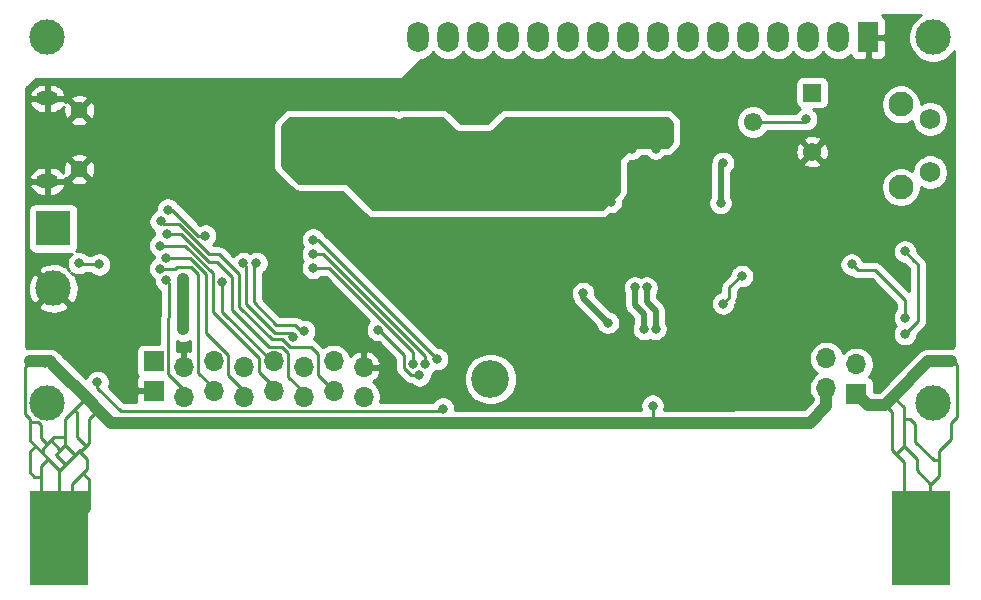
<source format=gbr>
G04 #@! TF.GenerationSoftware,KiCad,Pcbnew,5.1.5*
G04 #@! TF.CreationDate,2020-05-11T21:35:48+02:00*
G04 #@! TF.ProjectId,VCOMLCD,56434f4d-4c43-4442-9e6b-696361645f70,rev?*
G04 #@! TF.SameCoordinates,Original*
G04 #@! TF.FileFunction,Copper,L2,Bot*
G04 #@! TF.FilePolarity,Positive*
%FSLAX46Y46*%
G04 Gerber Fmt 4.6, Leading zero omitted, Abs format (unit mm)*
G04 Created by KiCad (PCBNEW 5.1.5) date 2020-05-11 21:35:48*
%MOMM*%
%LPD*%
G04 APERTURE LIST*
%ADD10C,1.550000*%
%ADD11R,1.550000X1.550000*%
%ADD12C,1.450000*%
%ADD13O,1.900000X1.200000*%
%ADD14C,3.000000*%
%ADD15R,3.000000X3.000000*%
%ADD16R,1.700000X1.700000*%
%ADD17O,1.700000X1.700000*%
%ADD18O,1.800000X2.600000*%
%ADD19R,1.800000X2.600000*%
%ADD20R,5.000000X8.000000*%
%ADD21C,2.100000*%
%ADD22C,1.750000*%
%ADD23C,3.200000*%
%ADD24C,0.800000*%
%ADD25C,1.000000*%
%ADD26C,0.250000*%
%ADD27C,0.500000*%
%ADD28C,0.254000*%
G04 APERTURE END LIST*
D10*
X111250000Y-57750000D03*
D11*
X116250000Y-55250000D03*
D10*
X116250000Y-60250000D03*
D12*
X54200000Y-56750000D03*
X54200000Y-61750000D03*
D13*
X51500000Y-55750000D03*
X51500000Y-62750000D03*
D14*
X52000000Y-71830000D03*
D15*
X52000000Y-66750000D03*
D16*
X120000000Y-80750000D03*
D17*
X117460000Y-80250000D03*
X120000000Y-78250000D03*
X117460000Y-77750000D03*
X78280000Y-81000000D03*
X75740000Y-80500000D03*
X73200000Y-81000000D03*
X70660000Y-80500000D03*
X68120000Y-81000000D03*
X65580000Y-80500000D03*
X63040000Y-81000000D03*
D16*
X60500000Y-80500000D03*
D14*
X51500000Y-50570000D03*
X51500520Y-81570700D03*
X126499100Y-81570700D03*
X126499100Y-50570000D03*
D18*
X82900000Y-50570000D03*
X85440000Y-50570000D03*
X87980000Y-50570000D03*
X90520000Y-50570000D03*
X93060000Y-50570000D03*
X95600000Y-50570000D03*
X98140000Y-50570000D03*
X100680000Y-50570000D03*
X103220000Y-50570000D03*
X105760000Y-50570000D03*
X108300000Y-50570000D03*
X110840000Y-50570000D03*
X113380000Y-50570000D03*
X115920000Y-50570000D03*
X118460000Y-50570000D03*
D19*
X121000000Y-50570000D03*
D20*
X52500000Y-93000000D03*
X125500000Y-93000000D03*
D17*
X78280000Y-78500000D03*
X75740000Y-78000000D03*
X73200000Y-78500000D03*
X70660000Y-78000000D03*
X68120000Y-78500000D03*
X65580000Y-78000000D03*
X63040000Y-78500000D03*
D16*
X60500000Y-78000000D03*
D21*
X123760000Y-63260000D03*
D22*
X126250000Y-62000000D03*
X126250000Y-57500000D03*
D21*
X123760000Y-56250000D03*
D23*
X89000000Y-79500000D03*
D24*
X97750000Y-61000000D03*
X72250000Y-58250000D03*
X74250000Y-58250000D03*
X73250000Y-59500000D03*
X72250000Y-60750000D03*
X73250000Y-62000000D03*
X97750000Y-63250000D03*
X99000000Y-60000000D03*
X101000000Y-60000000D03*
X103000000Y-60000000D03*
X63000000Y-71000000D03*
X62981111Y-75296143D03*
X99206111Y-64514025D03*
X60800000Y-73100000D03*
X79900000Y-68900000D03*
X55900000Y-66500000D03*
X112708779Y-69647108D03*
X87000000Y-73100000D03*
X90200000Y-72900000D03*
X55900000Y-72300000D03*
X96700000Y-55800000D03*
X124200000Y-70600000D03*
X78200000Y-55500000D03*
X66800000Y-59300000D03*
X70500000Y-63000000D03*
X66700000Y-66600000D03*
X61200000Y-55000000D03*
X64000000Y-55000000D03*
X66750000Y-55000000D03*
X94000000Y-56250000D03*
X81250000Y-56500000D03*
X88500000Y-57250000D03*
X86750000Y-57250000D03*
X85750000Y-66250000D03*
X87250000Y-66250000D03*
X88750000Y-66250000D03*
X104500000Y-62500000D03*
X103500000Y-69250000D03*
X103721570Y-65979960D03*
X99250000Y-66000000D03*
X96750000Y-68250000D03*
X104500000Y-55750000D03*
X92750000Y-53000000D03*
X107750000Y-57000000D03*
X104250000Y-61000000D03*
X104250000Y-64000000D03*
X111820240Y-69674447D03*
X63150000Y-62250000D03*
X53900000Y-54600000D03*
X79500000Y-54550000D03*
X116200000Y-66600000D03*
X116200000Y-65400000D03*
X117800000Y-66600000D03*
X119600000Y-74800000D03*
X58636659Y-76363341D03*
X54534828Y-74360204D03*
X74200000Y-55000000D03*
X71600000Y-55000000D03*
X69200000Y-55000000D03*
X101750000Y-70500000D03*
X103000000Y-70500000D03*
X101250000Y-79750000D03*
X110144775Y-72881622D03*
X110144775Y-73868100D03*
X107000000Y-76500000D03*
X107000000Y-77500000D03*
X111750000Y-80250000D03*
X112250000Y-79250000D03*
X112000000Y-81500000D03*
X113500000Y-79250000D03*
X55900000Y-69800000D03*
X54200000Y-69700000D03*
X85000000Y-82000000D03*
X55750000Y-79750000D03*
X68106653Y-69688900D03*
X72339076Y-75934606D03*
X66250000Y-71250000D03*
X119600000Y-69800000D03*
X124100000Y-74300000D03*
X124100000Y-75700000D03*
X124100000Y-68700000D03*
X83000715Y-79196422D03*
X79479173Y-75336963D03*
X69197845Y-69674542D03*
X73255081Y-75434966D03*
X61100000Y-66150000D03*
X61600000Y-67200000D03*
X61050000Y-68200000D03*
X61550000Y-69250000D03*
X61050000Y-70150000D03*
X61550000Y-71150000D03*
X108700000Y-61200000D03*
X108500000Y-64600000D03*
X98957141Y-74734671D03*
X96857032Y-72239087D03*
X103000000Y-75250000D03*
X102000000Y-75250000D03*
X101250000Y-71750000D03*
X102250000Y-71750000D03*
X74000000Y-67700000D03*
X84500000Y-77813770D03*
X74000000Y-68900000D03*
X61700000Y-65150000D03*
X64859921Y-67351465D03*
X83500000Y-78250000D03*
X110300000Y-70800000D03*
X74000000Y-70100000D03*
X108715959Y-73107881D03*
X82500000Y-78250000D03*
X115750000Y-57500000D03*
X102750000Y-81750000D03*
D25*
X62981111Y-75296143D02*
X63000000Y-75277254D01*
X63000000Y-75277254D02*
X63000000Y-71000000D01*
D26*
X123400000Y-85900000D02*
X123400000Y-85800000D01*
X123400000Y-85800000D02*
X124000000Y-85200000D01*
X124000000Y-85200000D02*
X124000000Y-82900000D01*
X127000000Y-87700000D02*
X127000000Y-86400000D01*
X126250000Y-88450000D02*
X126250000Y-88350000D01*
X126250000Y-88450000D02*
X127000000Y-87700000D01*
X126250000Y-88350000D02*
X125100000Y-87200000D01*
X125100000Y-86300000D02*
X124000000Y-85200000D01*
X125100000Y-87200000D02*
X125100000Y-86300000D01*
X125500000Y-93000000D02*
X125500000Y-91500000D01*
X126250000Y-90750000D02*
X126250000Y-88450000D01*
X125500000Y-91500000D02*
X126250000Y-90750000D01*
X124000000Y-86500000D02*
X123400000Y-85900000D01*
X124000000Y-90200000D02*
X124000000Y-86500000D01*
X125500000Y-93000000D02*
X125500000Y-91700000D01*
X125500000Y-91700000D02*
X124000000Y-90200000D01*
X123000000Y-82300000D02*
X122400000Y-81700000D01*
X123000000Y-85500000D02*
X123000000Y-82300000D01*
X123400000Y-85900000D02*
X123000000Y-85500000D01*
X124000000Y-81900000D02*
X123100000Y-81000000D01*
X124000000Y-82900000D02*
X124000000Y-81900000D01*
D25*
X122400000Y-81700000D02*
X123100000Y-81000000D01*
D26*
X126600000Y-86400000D02*
X127000000Y-86400000D01*
X125000000Y-84800000D02*
X126600000Y-86400000D01*
X124000000Y-82900000D02*
X124550000Y-82900000D01*
X125000000Y-83350000D02*
X125000000Y-84800000D01*
X124550000Y-82900000D02*
X125000000Y-83350000D01*
D25*
X126100000Y-78000000D02*
X128000000Y-78000000D01*
X123100000Y-81000000D02*
X126100000Y-78000000D01*
D26*
X128250000Y-78100000D02*
X128250000Y-77900000D01*
X128500000Y-78350000D02*
X128250000Y-78100000D01*
X127000000Y-85600000D02*
X128000000Y-84600000D01*
X127000000Y-86400000D02*
X127000000Y-85600000D01*
X128250000Y-77900000D02*
X126200000Y-77900000D01*
X128000000Y-83250000D02*
X128500000Y-82750000D01*
X128000000Y-84600000D02*
X128000000Y-83250000D01*
X128500000Y-82750000D02*
X128500000Y-78350000D01*
D25*
X120950000Y-81700000D02*
X122400000Y-81700000D01*
X120000000Y-80750000D02*
X120950000Y-81700000D01*
D26*
X54300000Y-69800000D02*
X55900000Y-69800000D01*
X54200000Y-69700000D02*
X54300000Y-69800000D01*
X84800000Y-82200000D02*
X85000000Y-82000000D01*
X55750000Y-80250000D02*
X57700000Y-82200000D01*
X57700000Y-82200000D02*
X84800000Y-82200000D01*
X55750000Y-79750000D02*
X55750000Y-80250000D01*
X73200000Y-78250000D02*
X73200000Y-78700000D01*
X68312357Y-73180778D02*
X68312357Y-69894604D01*
X68312357Y-69894604D02*
X68106653Y-69688900D01*
X70768780Y-75637201D02*
X68312357Y-73180778D01*
X72339076Y-75934606D02*
X72041671Y-75637201D01*
X72041671Y-75637201D02*
X70768780Y-75637201D01*
X66303517Y-73805542D02*
X70660000Y-78162025D01*
X66250000Y-71250000D02*
X66303517Y-71303517D01*
X70660000Y-78162025D02*
X70660000Y-78250000D01*
X66303517Y-71303517D02*
X66303517Y-73805542D01*
X124100000Y-72800000D02*
X121600000Y-70300000D01*
X124100000Y-74300000D02*
X124100000Y-72800000D01*
X120100000Y-70300000D02*
X119600000Y-69800000D01*
X121600000Y-70300000D02*
X120100000Y-70300000D01*
X125200000Y-74600000D02*
X124100000Y-75700000D01*
X125200000Y-69800000D02*
X125200000Y-74600000D01*
X124900000Y-69500000D02*
X125200000Y-69800000D01*
X124100000Y-68700000D02*
X124900000Y-69500000D01*
X82296422Y-79196422D02*
X83000715Y-79196422D01*
X79479173Y-75336963D02*
X79585582Y-75336963D01*
X79585582Y-75336963D02*
X81700000Y-77451381D01*
X81700000Y-77451381D02*
X81700000Y-78600000D01*
X81700000Y-78600000D02*
X82296422Y-79196422D01*
X75740000Y-78250000D02*
X75950000Y-78250000D01*
X73003561Y-75434966D02*
X72484297Y-74915703D01*
X68977845Y-73015318D02*
X68977845Y-69894542D01*
X73255081Y-75434966D02*
X73003561Y-75434966D01*
X72484297Y-74915703D02*
X70878230Y-74915703D01*
X68977845Y-69894542D02*
X69197845Y-69674542D01*
X70878230Y-74915703D02*
X68977845Y-73015318D01*
X75740000Y-80540000D02*
X75740000Y-80750000D01*
X74400000Y-79200000D02*
X75740000Y-80540000D01*
X65196432Y-68946432D02*
X66048955Y-68946432D01*
X62650000Y-66400000D02*
X65196432Y-68946432D01*
X61100000Y-66150000D02*
X61350000Y-66400000D01*
X61350000Y-66400000D02*
X62650000Y-66400000D01*
X72050000Y-76800000D02*
X73800000Y-76800000D01*
X73800000Y-76800000D02*
X74400000Y-77400000D01*
X67732924Y-70630401D02*
X67732924Y-73400172D01*
X67732924Y-73400172D02*
X70482752Y-76150000D01*
X74400000Y-77400000D02*
X74400000Y-79200000D01*
X66048955Y-68946432D02*
X67732924Y-70630401D01*
X70482752Y-76150000D02*
X71400000Y-76150000D01*
X71400000Y-76150000D02*
X72050000Y-76800000D01*
X73200000Y-80600000D02*
X73200000Y-80750000D01*
X71400000Y-76800000D02*
X71900000Y-77300000D01*
X67127269Y-73686213D02*
X70241056Y-76800000D01*
X62800000Y-67200000D02*
X65200721Y-69600721D01*
X65863481Y-69600721D02*
X67127269Y-70864509D01*
X70241056Y-76800000D02*
X71400000Y-76800000D01*
X61600000Y-67200000D02*
X62800000Y-67200000D01*
X65200721Y-69600721D02*
X65863481Y-69600721D01*
X71900000Y-79300000D02*
X73200000Y-80600000D01*
X71900000Y-77300000D02*
X71900000Y-79300000D01*
X67127269Y-70864509D02*
X67127269Y-73686213D01*
X69400000Y-78900000D02*
X70660000Y-80160000D01*
X61050000Y-68200000D02*
X63150000Y-68200000D01*
X70660000Y-80160000D02*
X70660000Y-80750000D01*
X65501874Y-70551874D02*
X65501874Y-73793577D01*
X65501874Y-73793577D02*
X69400000Y-77691703D01*
X63150000Y-68200000D02*
X65501874Y-70551874D01*
X69400000Y-77691703D02*
X69400000Y-78900000D01*
X66800000Y-79200000D02*
X68120000Y-80520000D01*
X64938393Y-70638393D02*
X64938393Y-75612025D01*
X66800000Y-77473632D02*
X66800000Y-79200000D01*
X68120000Y-80520000D02*
X68120000Y-80750000D01*
X61550000Y-69250000D02*
X63550000Y-69250000D01*
X63550000Y-69250000D02*
X64938393Y-70638393D01*
X64938393Y-75612025D02*
X66800000Y-77473632D01*
X64300000Y-78950000D02*
X65580000Y-80230000D01*
X65580000Y-80230000D02*
X65580000Y-80750000D01*
X62350000Y-70150000D02*
X62450000Y-70050000D01*
X61050000Y-70150000D02*
X62350000Y-70150000D01*
X62450000Y-70050000D02*
X63700000Y-70050000D01*
X63700000Y-70050000D02*
X64300000Y-70650000D01*
X64300000Y-70650000D02*
X64300000Y-78950000D01*
X63040000Y-80750000D02*
X63040000Y-80340000D01*
X63040000Y-80440000D02*
X63040000Y-80750000D01*
X61800000Y-71400000D02*
X61800000Y-74284774D01*
X61550000Y-71150000D02*
X61800000Y-71400000D01*
X61800000Y-74284774D02*
X61717387Y-74367387D01*
X61717387Y-74367387D02*
X61717387Y-79117387D01*
X61717387Y-79117387D02*
X63040000Y-80440000D01*
D27*
X108700000Y-61200000D02*
X108500000Y-61400000D01*
X108500000Y-61400000D02*
X108500000Y-64600000D01*
X96857032Y-72634562D02*
X98957141Y-74734671D01*
X96857032Y-72239087D02*
X96857032Y-72634562D01*
X101250000Y-73250000D02*
X101250000Y-71750000D01*
X102000000Y-75250000D02*
X102000000Y-74000000D01*
X102000000Y-74000000D02*
X101250000Y-73250000D01*
X103000000Y-73750000D02*
X103000000Y-75250000D01*
X102250000Y-71750000D02*
X102250000Y-73000000D01*
X102250000Y-73000000D02*
X103000000Y-73750000D01*
D26*
X74386230Y-67700000D02*
X74000000Y-67700000D01*
X84500000Y-77813770D02*
X74386230Y-67700000D01*
X64251465Y-67351465D02*
X62050000Y-65150000D01*
X64859921Y-67351465D02*
X64251465Y-67351465D01*
X62050000Y-65150000D02*
X61700000Y-65150000D01*
X83500000Y-78250000D02*
X83500000Y-77549205D01*
X74850795Y-68900000D02*
X74000000Y-68900000D01*
X83500000Y-77549205D02*
X74850795Y-68900000D01*
X110200000Y-70800000D02*
X110300000Y-70800000D01*
X109250000Y-71750000D02*
X110200000Y-70800000D01*
X108715959Y-73107881D02*
X109250000Y-72573840D01*
X109250000Y-72573840D02*
X109250000Y-71750000D01*
X75375438Y-70100000D02*
X74000000Y-70100000D01*
X82500000Y-78250000D02*
X82500000Y-77224562D01*
X82500000Y-77224562D02*
X75375438Y-70100000D01*
X115500000Y-57750000D02*
X111250000Y-57750000D01*
X115750000Y-57500000D02*
X115500000Y-57750000D01*
X52500000Y-93000000D02*
X52500000Y-87300000D01*
X53850000Y-85950000D02*
X53000000Y-85100000D01*
X52500000Y-87300000D02*
X52500000Y-87200000D01*
X50000000Y-84700000D02*
X50000000Y-83100000D01*
X51100000Y-85800000D02*
X51100000Y-85400000D01*
X53000000Y-85100000D02*
X53000000Y-84500000D01*
X53150000Y-86650000D02*
X53850000Y-85950000D01*
X52500000Y-87300000D02*
X53150000Y-86650000D01*
X52500000Y-85400000D02*
X51800000Y-84700000D01*
X52700000Y-85400000D02*
X53000000Y-85100000D01*
X52700000Y-85400000D02*
X52500000Y-85400000D01*
X51600000Y-84900000D02*
X51800000Y-84700000D01*
X51100000Y-85400000D02*
X51600000Y-84900000D01*
X52900000Y-84400000D02*
X53000000Y-84500000D01*
X51800000Y-84700000D02*
X52100000Y-84400000D01*
X52100000Y-84400000D02*
X52900000Y-84400000D01*
X50700000Y-83100000D02*
X50000000Y-83100000D01*
X51000000Y-83400000D02*
X50700000Y-83100000D01*
X51000000Y-84500000D02*
X51000000Y-83400000D01*
X51600000Y-84900000D02*
X51400000Y-84900000D01*
X51400000Y-84900000D02*
X51000000Y-84500000D01*
X52200000Y-85900000D02*
X52700000Y-85400000D01*
X53150000Y-86650000D02*
X52950000Y-86650000D01*
X52950000Y-86650000D02*
X52200000Y-85900000D01*
X52500000Y-93000000D02*
X52500000Y-91800000D01*
X52500000Y-91800000D02*
X51000000Y-90300000D01*
X51000000Y-86900000D02*
X51600000Y-86300000D01*
X52500000Y-87200000D02*
X51600000Y-86300000D01*
X51600000Y-86300000D02*
X51100000Y-85800000D01*
X54250000Y-85550000D02*
X54250000Y-85650000D01*
X53850000Y-85950000D02*
X54250000Y-85550000D01*
X54250000Y-85650000D02*
X54900000Y-86300000D01*
X54900000Y-86300000D02*
X54900000Y-87100000D01*
X54550000Y-87450000D02*
X54550000Y-87550000D01*
X54900000Y-87100000D02*
X54550000Y-87450000D01*
X54550000Y-87550000D02*
X55000000Y-88000000D01*
X55000000Y-90500000D02*
X52500000Y-93000000D01*
X55000000Y-88000000D02*
X55000000Y-90500000D01*
X53600000Y-91900000D02*
X52500000Y-93000000D01*
X54550000Y-87450000D02*
X53600000Y-88400000D01*
X53600000Y-88400000D02*
X53600000Y-91900000D01*
X51000000Y-87800000D02*
X50400000Y-87800000D01*
X51000000Y-87800000D02*
X51000000Y-86900000D01*
X51000000Y-90300000D02*
X51000000Y-87800000D01*
X50400000Y-87800000D02*
X50000000Y-87400000D01*
X50000000Y-87400000D02*
X50000000Y-85700000D01*
X50000000Y-85700000D02*
X50500000Y-85200000D01*
X51100000Y-85800000D02*
X50500000Y-85200000D01*
X50500000Y-85200000D02*
X50000000Y-84700000D01*
X54500000Y-81400000D02*
X54800000Y-81400000D01*
X53000000Y-84500000D02*
X53000000Y-82900000D01*
X55000000Y-84900000D02*
X55000000Y-82900000D01*
D25*
X55100000Y-81400000D02*
X55800000Y-82100000D01*
D26*
X55000000Y-82900000D02*
X55800000Y-82100000D01*
X54650000Y-85250000D02*
X54650000Y-85050000D01*
X54650000Y-85250000D02*
X55000000Y-84900000D01*
X54250000Y-85650000D02*
X54650000Y-85250000D01*
X54650000Y-85050000D02*
X54000000Y-84400000D01*
X54000000Y-82300000D02*
X53800000Y-82100000D01*
X54000000Y-84400000D02*
X54000000Y-82300000D01*
X53000000Y-82900000D02*
X53800000Y-82100000D01*
X53800000Y-82100000D02*
X54500000Y-81400000D01*
D25*
X55100000Y-81400000D02*
X52100000Y-78400000D01*
X52100000Y-78400000D02*
X51700000Y-78000000D01*
X117460000Y-81790000D02*
X117460000Y-80500000D01*
X116050000Y-83200000D02*
X117460000Y-81790000D01*
X55800000Y-82100000D02*
X56900000Y-83200000D01*
D26*
X102750000Y-81750000D02*
X102750000Y-83250000D01*
D25*
X56900000Y-83200000D02*
X102750000Y-83250000D01*
X102750000Y-83250000D02*
X116050000Y-83200000D01*
X51700000Y-78000000D02*
X50000000Y-78000000D01*
D26*
X50952209Y-78052209D02*
X51300000Y-78400000D01*
X50000000Y-82900000D02*
X49600000Y-82500000D01*
X49600000Y-82500000D02*
X49600000Y-78503051D01*
X50000000Y-83100000D02*
X50000000Y-82900000D01*
X49600000Y-78503051D02*
X50050842Y-78052209D01*
X50050842Y-78052209D02*
X50952209Y-78052209D01*
D28*
G36*
X80759744Y-57417205D02*
G01*
X80948102Y-57495226D01*
X81148061Y-57535000D01*
X81351939Y-57535000D01*
X81551898Y-57495226D01*
X81740256Y-57417205D01*
X81800427Y-57377000D01*
X84947394Y-57377000D01*
X86160197Y-58589803D01*
X86179443Y-58605597D01*
X86201399Y-58617333D01*
X86225224Y-58624560D01*
X86250000Y-58627000D01*
X89000000Y-58627000D01*
X89024776Y-58624560D01*
X89048601Y-58617333D01*
X89070557Y-58605597D01*
X89089803Y-58589803D01*
X90302606Y-57377000D01*
X103947394Y-57377000D01*
X104373000Y-57802606D01*
X104373000Y-59447394D01*
X103947394Y-59873000D01*
X101000000Y-59873000D01*
X100975224Y-59875440D01*
X100951399Y-59882667D01*
X100929443Y-59894403D01*
X100910197Y-59910197D01*
X99910197Y-60910197D01*
X99894403Y-60929443D01*
X99882667Y-60951399D01*
X99875440Y-60975224D01*
X99873000Y-61000000D01*
X99873000Y-63697394D01*
X98447394Y-65123000D01*
X79052606Y-65123000D01*
X76839803Y-62910197D01*
X76820557Y-62894403D01*
X76798601Y-62882667D01*
X76774776Y-62875440D01*
X76750000Y-62873000D01*
X72802606Y-62873000D01*
X71377000Y-61447394D01*
X71377000Y-58052606D01*
X72052606Y-57377000D01*
X80699573Y-57377000D01*
X80759744Y-57417205D01*
G37*
X80759744Y-57417205D02*
X80948102Y-57495226D01*
X81148061Y-57535000D01*
X81351939Y-57535000D01*
X81551898Y-57495226D01*
X81740256Y-57417205D01*
X81800427Y-57377000D01*
X84947394Y-57377000D01*
X86160197Y-58589803D01*
X86179443Y-58605597D01*
X86201399Y-58617333D01*
X86225224Y-58624560D01*
X86250000Y-58627000D01*
X89000000Y-58627000D01*
X89024776Y-58624560D01*
X89048601Y-58617333D01*
X89070557Y-58605597D01*
X89089803Y-58589803D01*
X90302606Y-57377000D01*
X103947394Y-57377000D01*
X104373000Y-57802606D01*
X104373000Y-59447394D01*
X103947394Y-59873000D01*
X101000000Y-59873000D01*
X100975224Y-59875440D01*
X100951399Y-59882667D01*
X100929443Y-59894403D01*
X100910197Y-59910197D01*
X99910197Y-60910197D01*
X99894403Y-60929443D01*
X99882667Y-60951399D01*
X99875440Y-60975224D01*
X99873000Y-61000000D01*
X99873000Y-63697394D01*
X98447394Y-65123000D01*
X79052606Y-65123000D01*
X76839803Y-62910197D01*
X76820557Y-62894403D01*
X76798601Y-62882667D01*
X76774776Y-62875440D01*
X76750000Y-62873000D01*
X72802606Y-62873000D01*
X71377000Y-61447394D01*
X71377000Y-58052606D01*
X72052606Y-57377000D01*
X80699573Y-57377000D01*
X80759744Y-57417205D01*
G36*
X125138117Y-48911637D02*
G01*
X124840737Y-49209017D01*
X124607088Y-49558698D01*
X124446147Y-49947244D01*
X124364100Y-50359721D01*
X124364100Y-50780279D01*
X124446147Y-51192756D01*
X124607088Y-51581302D01*
X124840737Y-51930983D01*
X125138117Y-52228363D01*
X125487798Y-52462012D01*
X125876344Y-52622953D01*
X126288821Y-52705000D01*
X126709379Y-52705000D01*
X127121856Y-52622953D01*
X127510402Y-52462012D01*
X127860083Y-52228363D01*
X128157463Y-51930983D01*
X128290001Y-51732626D01*
X128290000Y-76688054D01*
X128107916Y-76870138D01*
X128055752Y-76865000D01*
X126155752Y-76865000D01*
X126100000Y-76859509D01*
X126044248Y-76865000D01*
X125935354Y-76875725D01*
X125877501Y-76881423D01*
X125663553Y-76946324D01*
X125466377Y-77051716D01*
X125336856Y-77158011D01*
X125336855Y-77158012D01*
X125293551Y-77193551D01*
X125258013Y-77236854D01*
X122336857Y-80158012D01*
X121929869Y-80565000D01*
X121488072Y-80565000D01*
X121488072Y-79900000D01*
X121475812Y-79775518D01*
X121439502Y-79655820D01*
X121380537Y-79545506D01*
X121301185Y-79448815D01*
X121204494Y-79369463D01*
X121094180Y-79310498D01*
X121052310Y-79297797D01*
X121153475Y-79196632D01*
X121315990Y-78953411D01*
X121427932Y-78683158D01*
X121485000Y-78396260D01*
X121485000Y-78103740D01*
X121427932Y-77816842D01*
X121315990Y-77546589D01*
X121153475Y-77303368D01*
X120946632Y-77096525D01*
X120703411Y-76934010D01*
X120433158Y-76822068D01*
X120146260Y-76765000D01*
X119853740Y-76765000D01*
X119566842Y-76822068D01*
X119296589Y-76934010D01*
X119053368Y-77096525D01*
X118871858Y-77278035D01*
X118775990Y-77046589D01*
X118613475Y-76803368D01*
X118406632Y-76596525D01*
X118163411Y-76434010D01*
X117893158Y-76322068D01*
X117606260Y-76265000D01*
X117313740Y-76265000D01*
X117026842Y-76322068D01*
X116756589Y-76434010D01*
X116513368Y-76596525D01*
X116306525Y-76803368D01*
X116144010Y-77046589D01*
X116032068Y-77316842D01*
X115975000Y-77603740D01*
X115975000Y-77896260D01*
X116032068Y-78183158D01*
X116144010Y-78453411D01*
X116306525Y-78696632D01*
X116513368Y-78903475D01*
X116657828Y-79000000D01*
X116513368Y-79096525D01*
X116306525Y-79303368D01*
X116144010Y-79546589D01*
X116032068Y-79816842D01*
X115975000Y-80103740D01*
X115975000Y-80396260D01*
X116032068Y-80683158D01*
X116144010Y-80953411D01*
X116306525Y-81196632D01*
X116325000Y-81215107D01*
X116325000Y-81319868D01*
X115578102Y-82066767D01*
X103720603Y-82111343D01*
X103745226Y-82051898D01*
X103785000Y-81851939D01*
X103785000Y-81648061D01*
X103745226Y-81448102D01*
X103667205Y-81259744D01*
X103553937Y-81090226D01*
X103409774Y-80946063D01*
X103240256Y-80832795D01*
X103051898Y-80754774D01*
X102851939Y-80715000D01*
X102648061Y-80715000D01*
X102448102Y-80754774D01*
X102259744Y-80832795D01*
X102090226Y-80946063D01*
X101946063Y-81090226D01*
X101832795Y-81259744D01*
X101754774Y-81448102D01*
X101715000Y-81648061D01*
X101715000Y-81851939D01*
X101754774Y-82051898D01*
X101780474Y-82113943D01*
X86035000Y-82096772D01*
X86035000Y-81898061D01*
X85995226Y-81698102D01*
X85917205Y-81509744D01*
X85803937Y-81340226D01*
X85659774Y-81196063D01*
X85490256Y-81082795D01*
X85301898Y-81004774D01*
X85101939Y-80965000D01*
X84898061Y-80965000D01*
X84698102Y-81004774D01*
X84509744Y-81082795D01*
X84340226Y-81196063D01*
X84196063Y-81340226D01*
X84129396Y-81440000D01*
X79705098Y-81440000D01*
X79707932Y-81433158D01*
X79765000Y-81146260D01*
X79765000Y-80853740D01*
X79707932Y-80566842D01*
X79595990Y-80296589D01*
X79433475Y-80053368D01*
X79226632Y-79846525D01*
X79078881Y-79747801D01*
X79280269Y-79597588D01*
X79475178Y-79381355D01*
X79624157Y-79131252D01*
X79721481Y-78856891D01*
X79600814Y-78627000D01*
X78407000Y-78627000D01*
X78407000Y-78647000D01*
X78153000Y-78647000D01*
X78153000Y-78627000D01*
X78133000Y-78627000D01*
X78133000Y-78373000D01*
X78153000Y-78373000D01*
X78153000Y-77179845D01*
X78407000Y-77179845D01*
X78407000Y-78373000D01*
X79600814Y-78373000D01*
X79721481Y-78143109D01*
X79624157Y-77868748D01*
X79475178Y-77618645D01*
X79280269Y-77402412D01*
X79046920Y-77228359D01*
X78784099Y-77103175D01*
X78636890Y-77058524D01*
X78407000Y-77179845D01*
X78153000Y-77179845D01*
X77923110Y-77058524D01*
X77775901Y-77103175D01*
X77513080Y-77228359D01*
X77279731Y-77402412D01*
X77156467Y-77539162D01*
X77055990Y-77296589D01*
X76893475Y-77053368D01*
X76686632Y-76846525D01*
X76443411Y-76684010D01*
X76173158Y-76572068D01*
X75886260Y-76515000D01*
X75593740Y-76515000D01*
X75306842Y-76572068D01*
X75036589Y-76684010D01*
X74870074Y-76795272D01*
X74363803Y-76289002D01*
X74340001Y-76259999D01*
X74224276Y-76165026D01*
X74092247Y-76094454D01*
X74064777Y-76086121D01*
X74172286Y-75925222D01*
X74250307Y-75736864D01*
X74290081Y-75536905D01*
X74290081Y-75333027D01*
X74250307Y-75133068D01*
X74172286Y-74944710D01*
X74059018Y-74775192D01*
X73914855Y-74631029D01*
X73745337Y-74517761D01*
X73556979Y-74439740D01*
X73357020Y-74399966D01*
X73153142Y-74399966D01*
X73061576Y-74418180D01*
X73048096Y-74404700D01*
X73024298Y-74375702D01*
X72908573Y-74280729D01*
X72776544Y-74210157D01*
X72633283Y-74166700D01*
X72521630Y-74155703D01*
X72521622Y-74155703D01*
X72484297Y-74152027D01*
X72446974Y-74155703D01*
X71193032Y-74155703D01*
X69737845Y-72700517D01*
X69737845Y-70558509D01*
X69857619Y-70478479D01*
X70001782Y-70334316D01*
X70115050Y-70164798D01*
X70193071Y-69976440D01*
X70232845Y-69776481D01*
X70232845Y-69572603D01*
X70193071Y-69372644D01*
X70115050Y-69184286D01*
X70001782Y-69014768D01*
X69857619Y-68870605D01*
X69688101Y-68757337D01*
X69499743Y-68679316D01*
X69299784Y-68639542D01*
X69095906Y-68639542D01*
X68895947Y-68679316D01*
X68707589Y-68757337D01*
X68641505Y-68801493D01*
X68596909Y-68771695D01*
X68408551Y-68693674D01*
X68208592Y-68653900D01*
X68004714Y-68653900D01*
X67804755Y-68693674D01*
X67616397Y-68771695D01*
X67446879Y-68884963D01*
X67302716Y-69029126D01*
X67264157Y-69086833D01*
X66612759Y-68435435D01*
X66588956Y-68406431D01*
X66473231Y-68311458D01*
X66341202Y-68240886D01*
X66197941Y-68197429D01*
X66086288Y-68186432D01*
X66086277Y-68186432D01*
X66048955Y-68182756D01*
X66011633Y-68186432D01*
X65511234Y-68186432D01*
X65496022Y-68171220D01*
X65519695Y-68155402D01*
X65663858Y-68011239D01*
X65777126Y-67841721D01*
X65855147Y-67653363D01*
X65866147Y-67598061D01*
X72965000Y-67598061D01*
X72965000Y-67801939D01*
X73004774Y-68001898D01*
X73082795Y-68190256D01*
X73156123Y-68300000D01*
X73082795Y-68409744D01*
X73004774Y-68598102D01*
X72965000Y-68798061D01*
X72965000Y-69001939D01*
X73004774Y-69201898D01*
X73082795Y-69390256D01*
X73156123Y-69500000D01*
X73082795Y-69609744D01*
X73004774Y-69798102D01*
X72965000Y-69998061D01*
X72965000Y-70201939D01*
X73004774Y-70401898D01*
X73082795Y-70590256D01*
X73196063Y-70759774D01*
X73340226Y-70903937D01*
X73509744Y-71017205D01*
X73698102Y-71095226D01*
X73898061Y-71135000D01*
X74101939Y-71135000D01*
X74301898Y-71095226D01*
X74490256Y-71017205D01*
X74659774Y-70903937D01*
X74703711Y-70860000D01*
X75060637Y-70860000D01*
X78776531Y-74575894D01*
X78675236Y-74677189D01*
X78561968Y-74846707D01*
X78483947Y-75035065D01*
X78444173Y-75235024D01*
X78444173Y-75438902D01*
X78483947Y-75638861D01*
X78561968Y-75827219D01*
X78675236Y-75996737D01*
X78819399Y-76140900D01*
X78988917Y-76254168D01*
X79177275Y-76332189D01*
X79377234Y-76371963D01*
X79545781Y-76371963D01*
X80940000Y-77766183D01*
X80940001Y-78562668D01*
X80936324Y-78600000D01*
X80940001Y-78637333D01*
X80950998Y-78748986D01*
X80958669Y-78774275D01*
X80994454Y-78892246D01*
X81065026Y-79024276D01*
X81136201Y-79111002D01*
X81160000Y-79140001D01*
X81188998Y-79163799D01*
X81732622Y-79707424D01*
X81756421Y-79736423D01*
X81785419Y-79760221D01*
X81872145Y-79831396D01*
X81937614Y-79866390D01*
X82004175Y-79901968D01*
X82147436Y-79945425D01*
X82259089Y-79956422D01*
X82259098Y-79956422D01*
X82296421Y-79960098D01*
X82300298Y-79959716D01*
X82340941Y-80000359D01*
X82510459Y-80113627D01*
X82698817Y-80191648D01*
X82898776Y-80231422D01*
X83102654Y-80231422D01*
X83302613Y-80191648D01*
X83490971Y-80113627D01*
X83660489Y-80000359D01*
X83804652Y-79856196D01*
X83917920Y-79686678D01*
X83995941Y-79498320D01*
X84035715Y-79298361D01*
X84035715Y-79279872D01*
X86765000Y-79279872D01*
X86765000Y-79720128D01*
X86850890Y-80151925D01*
X87019369Y-80558669D01*
X87263962Y-80924729D01*
X87575271Y-81236038D01*
X87941331Y-81480631D01*
X88348075Y-81649110D01*
X88779872Y-81735000D01*
X89220128Y-81735000D01*
X89651925Y-81649110D01*
X90058669Y-81480631D01*
X90424729Y-81236038D01*
X90736038Y-80924729D01*
X90980631Y-80558669D01*
X91149110Y-80151925D01*
X91235000Y-79720128D01*
X91235000Y-79279872D01*
X91149110Y-78848075D01*
X90980631Y-78441331D01*
X90736038Y-78075271D01*
X90424729Y-77763962D01*
X90058669Y-77519369D01*
X89651925Y-77350890D01*
X89220128Y-77265000D01*
X88779872Y-77265000D01*
X88348075Y-77350890D01*
X87941331Y-77519369D01*
X87575271Y-77763962D01*
X87263962Y-78075271D01*
X87019369Y-78441331D01*
X86850890Y-78848075D01*
X86765000Y-79279872D01*
X84035715Y-79279872D01*
X84035715Y-79136830D01*
X84159774Y-79053937D01*
X84303937Y-78909774D01*
X84350959Y-78839401D01*
X84398061Y-78848770D01*
X84601939Y-78848770D01*
X84801898Y-78808996D01*
X84990256Y-78730975D01*
X85159774Y-78617707D01*
X85303937Y-78473544D01*
X85417205Y-78304026D01*
X85495226Y-78115668D01*
X85535000Y-77915709D01*
X85535000Y-77711831D01*
X85495226Y-77511872D01*
X85417205Y-77323514D01*
X85303937Y-77153996D01*
X85159774Y-77009833D01*
X84990256Y-76896565D01*
X84801898Y-76818544D01*
X84601939Y-76778770D01*
X84539802Y-76778770D01*
X79898180Y-72137148D01*
X95822032Y-72137148D01*
X95822032Y-72341026D01*
X95861806Y-72540985D01*
X95939827Y-72729343D01*
X95983526Y-72794744D01*
X95984837Y-72808052D01*
X96035443Y-72974875D01*
X96117621Y-73128621D01*
X96228216Y-73263379D01*
X96261983Y-73291091D01*
X97950606Y-74979715D01*
X97961915Y-75036569D01*
X98039936Y-75224927D01*
X98153204Y-75394445D01*
X98297367Y-75538608D01*
X98466885Y-75651876D01*
X98655243Y-75729897D01*
X98855202Y-75769671D01*
X99059080Y-75769671D01*
X99259039Y-75729897D01*
X99447397Y-75651876D01*
X99616915Y-75538608D01*
X99761078Y-75394445D01*
X99874346Y-75224927D01*
X99952367Y-75036569D01*
X99992141Y-74836610D01*
X99992141Y-74632732D01*
X99952367Y-74432773D01*
X99874346Y-74244415D01*
X99761078Y-74074897D01*
X99616915Y-73930734D01*
X99447397Y-73817466D01*
X99259039Y-73739445D01*
X99202185Y-73728136D01*
X97879264Y-72405216D01*
X97892032Y-72341026D01*
X97892032Y-72137148D01*
X97852258Y-71937189D01*
X97774237Y-71748831D01*
X97706905Y-71648061D01*
X100215000Y-71648061D01*
X100215000Y-71851939D01*
X100254774Y-72051898D01*
X100332795Y-72240256D01*
X100365001Y-72288455D01*
X100365000Y-73206530D01*
X100360719Y-73250000D01*
X100365000Y-73293469D01*
X100365000Y-73293476D01*
X100377805Y-73423489D01*
X100428411Y-73590312D01*
X100510589Y-73744058D01*
X100621183Y-73878817D01*
X100654956Y-73906534D01*
X101115001Y-74366579D01*
X101115000Y-74711545D01*
X101082795Y-74759744D01*
X101004774Y-74948102D01*
X100965000Y-75148061D01*
X100965000Y-75351939D01*
X101004774Y-75551898D01*
X101082795Y-75740256D01*
X101196063Y-75909774D01*
X101340226Y-76053937D01*
X101509744Y-76167205D01*
X101698102Y-76245226D01*
X101898061Y-76285000D01*
X102101939Y-76285000D01*
X102301898Y-76245226D01*
X102490256Y-76167205D01*
X102500000Y-76160694D01*
X102509744Y-76167205D01*
X102698102Y-76245226D01*
X102898061Y-76285000D01*
X103101939Y-76285000D01*
X103301898Y-76245226D01*
X103490256Y-76167205D01*
X103659774Y-76053937D01*
X103803937Y-75909774D01*
X103917205Y-75740256D01*
X103995226Y-75551898D01*
X104035000Y-75351939D01*
X104035000Y-75148061D01*
X103995226Y-74948102D01*
X103917205Y-74759744D01*
X103885000Y-74711546D01*
X103885000Y-73793465D01*
X103889281Y-73749999D01*
X103885000Y-73706533D01*
X103885000Y-73706523D01*
X103872195Y-73576510D01*
X103821589Y-73409687D01*
X103739411Y-73255941D01*
X103713424Y-73224276D01*
X103656532Y-73154953D01*
X103656530Y-73154951D01*
X103628817Y-73121183D01*
X103595050Y-73093471D01*
X103507521Y-73005942D01*
X107680959Y-73005942D01*
X107680959Y-73209820D01*
X107720733Y-73409779D01*
X107798754Y-73598137D01*
X107912022Y-73767655D01*
X108056185Y-73911818D01*
X108225703Y-74025086D01*
X108414061Y-74103107D01*
X108614020Y-74142881D01*
X108817898Y-74142881D01*
X109017857Y-74103107D01*
X109206215Y-74025086D01*
X109375733Y-73911818D01*
X109519896Y-73767655D01*
X109633164Y-73598137D01*
X109711185Y-73409779D01*
X109750959Y-73209820D01*
X109750959Y-73147683D01*
X109761003Y-73137638D01*
X109790001Y-73113841D01*
X109837027Y-73056540D01*
X109884974Y-72998117D01*
X109955546Y-72866087D01*
X109980143Y-72785000D01*
X109999003Y-72722826D01*
X110010000Y-72611173D01*
X110010000Y-72611164D01*
X110013676Y-72573841D01*
X110010000Y-72536518D01*
X110010000Y-72064801D01*
X110239801Y-71835000D01*
X110401939Y-71835000D01*
X110601898Y-71795226D01*
X110790256Y-71717205D01*
X110959774Y-71603937D01*
X111103937Y-71459774D01*
X111217205Y-71290256D01*
X111295226Y-71101898D01*
X111335000Y-70901939D01*
X111335000Y-70698061D01*
X111295226Y-70498102D01*
X111217205Y-70309744D01*
X111103937Y-70140226D01*
X110959774Y-69996063D01*
X110790256Y-69882795D01*
X110601898Y-69804774D01*
X110401939Y-69765000D01*
X110198061Y-69765000D01*
X109998102Y-69804774D01*
X109809744Y-69882795D01*
X109640226Y-69996063D01*
X109496063Y-70140226D01*
X109382795Y-70309744D01*
X109304774Y-70498102D01*
X109274401Y-70650797D01*
X108738998Y-71186201D01*
X108710000Y-71209999D01*
X108686202Y-71238997D01*
X108686201Y-71238998D01*
X108615026Y-71325724D01*
X108544454Y-71457754D01*
X108516775Y-71549003D01*
X108500998Y-71601014D01*
X108490000Y-71712667D01*
X108490000Y-71712678D01*
X108486324Y-71750000D01*
X108490000Y-71787322D01*
X108490000Y-72097550D01*
X108414061Y-72112655D01*
X108225703Y-72190676D01*
X108056185Y-72303944D01*
X107912022Y-72448107D01*
X107798754Y-72617625D01*
X107720733Y-72805983D01*
X107680959Y-73005942D01*
X103507521Y-73005942D01*
X103135000Y-72633422D01*
X103135000Y-72288454D01*
X103167205Y-72240256D01*
X103245226Y-72051898D01*
X103285000Y-71851939D01*
X103285000Y-71648061D01*
X103245226Y-71448102D01*
X103167205Y-71259744D01*
X103053937Y-71090226D01*
X102909774Y-70946063D01*
X102740256Y-70832795D01*
X102551898Y-70754774D01*
X102351939Y-70715000D01*
X102148061Y-70715000D01*
X101948102Y-70754774D01*
X101759744Y-70832795D01*
X101750000Y-70839306D01*
X101740256Y-70832795D01*
X101551898Y-70754774D01*
X101351939Y-70715000D01*
X101148061Y-70715000D01*
X100948102Y-70754774D01*
X100759744Y-70832795D01*
X100590226Y-70946063D01*
X100446063Y-71090226D01*
X100332795Y-71259744D01*
X100254774Y-71448102D01*
X100215000Y-71648061D01*
X97706905Y-71648061D01*
X97660969Y-71579313D01*
X97516806Y-71435150D01*
X97347288Y-71321882D01*
X97158930Y-71243861D01*
X96958971Y-71204087D01*
X96755093Y-71204087D01*
X96555134Y-71243861D01*
X96366776Y-71321882D01*
X96197258Y-71435150D01*
X96053095Y-71579313D01*
X95939827Y-71748831D01*
X95861806Y-71937189D01*
X95822032Y-72137148D01*
X79898180Y-72137148D01*
X77459093Y-69698061D01*
X118565000Y-69698061D01*
X118565000Y-69901939D01*
X118604774Y-70101898D01*
X118682795Y-70290256D01*
X118796063Y-70459774D01*
X118940226Y-70603937D01*
X119109744Y-70717205D01*
X119298102Y-70795226D01*
X119498061Y-70835000D01*
X119555895Y-70835000D01*
X119559999Y-70840001D01*
X119675724Y-70934974D01*
X119807753Y-71005546D01*
X119951014Y-71049003D01*
X120062667Y-71060000D01*
X120062675Y-71060000D01*
X120100000Y-71063676D01*
X120137325Y-71060000D01*
X121285199Y-71060000D01*
X123340001Y-73114803D01*
X123340000Y-73596289D01*
X123296063Y-73640226D01*
X123182795Y-73809744D01*
X123104774Y-73998102D01*
X123065000Y-74198061D01*
X123065000Y-74401939D01*
X123104774Y-74601898D01*
X123182795Y-74790256D01*
X123296063Y-74959774D01*
X123336289Y-75000000D01*
X123296063Y-75040226D01*
X123182795Y-75209744D01*
X123104774Y-75398102D01*
X123065000Y-75598061D01*
X123065000Y-75801939D01*
X123104774Y-76001898D01*
X123182795Y-76190256D01*
X123296063Y-76359774D01*
X123440226Y-76503937D01*
X123609744Y-76617205D01*
X123798102Y-76695226D01*
X123998061Y-76735000D01*
X124201939Y-76735000D01*
X124401898Y-76695226D01*
X124590256Y-76617205D01*
X124759774Y-76503937D01*
X124903937Y-76359774D01*
X125017205Y-76190256D01*
X125095226Y-76001898D01*
X125135000Y-75801939D01*
X125135000Y-75739801D01*
X125711003Y-75163799D01*
X125740001Y-75140001D01*
X125794458Y-75073645D01*
X125834974Y-75024277D01*
X125905546Y-74892247D01*
X125919360Y-74846707D01*
X125949003Y-74748986D01*
X125960000Y-74637333D01*
X125960000Y-74637323D01*
X125963676Y-74600000D01*
X125960000Y-74562677D01*
X125960000Y-69837322D01*
X125963676Y-69799999D01*
X125960000Y-69762676D01*
X125960000Y-69762667D01*
X125949003Y-69651014D01*
X125905546Y-69507753D01*
X125834974Y-69375724D01*
X125740001Y-69259999D01*
X125710998Y-69236197D01*
X125463804Y-68989003D01*
X125463799Y-68988997D01*
X125135000Y-68660198D01*
X125135000Y-68598061D01*
X125095226Y-68398102D01*
X125017205Y-68209744D01*
X124903937Y-68040226D01*
X124759774Y-67896063D01*
X124590256Y-67782795D01*
X124401898Y-67704774D01*
X124201939Y-67665000D01*
X123998061Y-67665000D01*
X123798102Y-67704774D01*
X123609744Y-67782795D01*
X123440226Y-67896063D01*
X123296063Y-68040226D01*
X123182795Y-68209744D01*
X123104774Y-68398102D01*
X123065000Y-68598061D01*
X123065000Y-68801939D01*
X123104774Y-69001898D01*
X123182795Y-69190256D01*
X123296063Y-69359774D01*
X123440226Y-69503937D01*
X123609744Y-69617205D01*
X123798102Y-69695226D01*
X123998061Y-69735000D01*
X124060198Y-69735000D01*
X124388997Y-70063799D01*
X124389003Y-70063804D01*
X124440000Y-70114801D01*
X124440000Y-72065199D01*
X122163804Y-69789003D01*
X122140001Y-69759999D01*
X122024276Y-69665026D01*
X121892247Y-69594454D01*
X121748986Y-69550997D01*
X121637333Y-69540000D01*
X121637322Y-69540000D01*
X121600000Y-69536324D01*
X121562678Y-69540000D01*
X120603560Y-69540000D01*
X120595226Y-69498102D01*
X120517205Y-69309744D01*
X120403937Y-69140226D01*
X120259774Y-68996063D01*
X120090256Y-68882795D01*
X119901898Y-68804774D01*
X119701939Y-68765000D01*
X119498061Y-68765000D01*
X119298102Y-68804774D01*
X119109744Y-68882795D01*
X118940226Y-68996063D01*
X118796063Y-69140226D01*
X118682795Y-69309744D01*
X118604774Y-69498102D01*
X118565000Y-69698061D01*
X77459093Y-69698061D01*
X74950034Y-67189003D01*
X74926231Y-67159999D01*
X74832651Y-67083200D01*
X74803937Y-67040226D01*
X74659774Y-66896063D01*
X74490256Y-66782795D01*
X74301898Y-66704774D01*
X74101939Y-66665000D01*
X73898061Y-66665000D01*
X73698102Y-66704774D01*
X73509744Y-66782795D01*
X73340226Y-66896063D01*
X73196063Y-67040226D01*
X73082795Y-67209744D01*
X73004774Y-67398102D01*
X72965000Y-67598061D01*
X65866147Y-67598061D01*
X65894921Y-67453404D01*
X65894921Y-67249526D01*
X65855147Y-67049567D01*
X65777126Y-66861209D01*
X65663858Y-66691691D01*
X65519695Y-66547528D01*
X65350177Y-66434260D01*
X65161819Y-66356239D01*
X64961860Y-66316465D01*
X64757982Y-66316465D01*
X64558023Y-66356239D01*
X64397523Y-66422721D01*
X62613804Y-64639003D01*
X62590001Y-64609999D01*
X62576640Y-64599034D01*
X62503937Y-64490226D01*
X62359774Y-64346063D01*
X62190256Y-64232795D01*
X62001898Y-64154774D01*
X61801939Y-64115000D01*
X61598061Y-64115000D01*
X61398102Y-64154774D01*
X61209744Y-64232795D01*
X61040226Y-64346063D01*
X60896063Y-64490226D01*
X60782795Y-64659744D01*
X60704774Y-64848102D01*
X60665000Y-65048061D01*
X60665000Y-65209907D01*
X60609744Y-65232795D01*
X60440226Y-65346063D01*
X60296063Y-65490226D01*
X60182795Y-65659744D01*
X60104774Y-65848102D01*
X60065000Y-66048061D01*
X60065000Y-66251939D01*
X60104774Y-66451898D01*
X60182795Y-66640256D01*
X60296063Y-66809774D01*
X60440226Y-66953937D01*
X60575667Y-67044435D01*
X60565000Y-67098061D01*
X60565000Y-67280618D01*
X60559744Y-67282795D01*
X60390226Y-67396063D01*
X60246063Y-67540226D01*
X60132795Y-67709744D01*
X60054774Y-67898102D01*
X60015000Y-68098061D01*
X60015000Y-68301939D01*
X60054774Y-68501898D01*
X60132795Y-68690256D01*
X60246063Y-68859774D01*
X60390226Y-69003937D01*
X60525667Y-69094435D01*
X60515000Y-69148061D01*
X60515000Y-69262692D01*
X60390226Y-69346063D01*
X60246063Y-69490226D01*
X60132795Y-69659744D01*
X60054774Y-69848102D01*
X60015000Y-70048061D01*
X60015000Y-70251939D01*
X60054774Y-70451898D01*
X60132795Y-70640256D01*
X60246063Y-70809774D01*
X60390226Y-70953937D01*
X60516888Y-71038570D01*
X60515000Y-71048061D01*
X60515000Y-71251939D01*
X60554774Y-71451898D01*
X60632795Y-71640256D01*
X60746063Y-71809774D01*
X60890226Y-71953937D01*
X61040000Y-72054013D01*
X61040001Y-74022458D01*
X61011841Y-74075141D01*
X60968384Y-74218402D01*
X60957387Y-74330055D01*
X60957387Y-74330065D01*
X60953711Y-74367387D01*
X60957387Y-74404710D01*
X60957387Y-76511928D01*
X59650000Y-76511928D01*
X59525518Y-76524188D01*
X59405820Y-76560498D01*
X59295506Y-76619463D01*
X59198815Y-76698815D01*
X59119463Y-76795506D01*
X59060498Y-76905820D01*
X59024188Y-77025518D01*
X59011928Y-77150000D01*
X59011928Y-78850000D01*
X59024188Y-78974482D01*
X59060498Y-79094180D01*
X59119463Y-79204494D01*
X59156809Y-79250000D01*
X59119463Y-79295506D01*
X59060498Y-79405820D01*
X59024188Y-79525518D01*
X59011928Y-79650000D01*
X59015000Y-80214250D01*
X59173750Y-80373000D01*
X60373000Y-80373000D01*
X60373000Y-80353000D01*
X60627000Y-80353000D01*
X60627000Y-80373000D01*
X60647000Y-80373000D01*
X60647000Y-80627000D01*
X60627000Y-80627000D01*
X60627000Y-80647000D01*
X60373000Y-80647000D01*
X60373000Y-80627000D01*
X59173750Y-80627000D01*
X59015000Y-80785750D01*
X59011928Y-81350000D01*
X59020792Y-81440000D01*
X58014803Y-81440000D01*
X56710510Y-80135709D01*
X56745226Y-80051898D01*
X56785000Y-79851939D01*
X56785000Y-79648061D01*
X56745226Y-79448102D01*
X56667205Y-79259744D01*
X56553937Y-79090226D01*
X56409774Y-78946063D01*
X56240256Y-78832795D01*
X56051898Y-78754774D01*
X55851939Y-78715000D01*
X55648061Y-78715000D01*
X55448102Y-78754774D01*
X55259744Y-78832795D01*
X55090226Y-78946063D01*
X54946063Y-79090226D01*
X54832795Y-79259744D01*
X54754774Y-79448102D01*
X54754519Y-79449386D01*
X52863143Y-77558012D01*
X52541996Y-77236865D01*
X52506449Y-77193551D01*
X52333623Y-77051716D01*
X52136447Y-76946324D01*
X51922499Y-76881423D01*
X51755752Y-76865000D01*
X51755751Y-76865000D01*
X51700000Y-76859509D01*
X51644249Y-76865000D01*
X49944248Y-76865000D01*
X49808023Y-76878417D01*
X49710000Y-76780394D01*
X49710000Y-73321653D01*
X50687952Y-73321653D01*
X50843962Y-73637214D01*
X51218745Y-73828020D01*
X51623551Y-73942044D01*
X52042824Y-73974902D01*
X52460451Y-73925334D01*
X52860383Y-73795243D01*
X53156038Y-73637214D01*
X53312048Y-73321653D01*
X52000000Y-72009605D01*
X50687952Y-73321653D01*
X49710000Y-73321653D01*
X49710000Y-71872824D01*
X49855098Y-71872824D01*
X49904666Y-72290451D01*
X50034757Y-72690383D01*
X50192786Y-72986038D01*
X50508347Y-73142048D01*
X51820395Y-71830000D01*
X50508347Y-70517952D01*
X50192786Y-70673962D01*
X50001980Y-71048745D01*
X49887956Y-71453551D01*
X49855098Y-71872824D01*
X49710000Y-71872824D01*
X49710000Y-65250000D01*
X49861928Y-65250000D01*
X49861928Y-68250000D01*
X49874188Y-68374482D01*
X49910498Y-68494180D01*
X49969463Y-68604494D01*
X50048815Y-68701185D01*
X50145506Y-68780537D01*
X50255820Y-68839502D01*
X50375518Y-68875812D01*
X50500000Y-68888072D01*
X53500000Y-68888072D01*
X53561207Y-68882044D01*
X53540226Y-68896063D01*
X53396063Y-69040226D01*
X53282795Y-69209744D01*
X53204774Y-69398102D01*
X53165000Y-69598061D01*
X53165000Y-69801939D01*
X53204774Y-70001898D01*
X53282795Y-70190256D01*
X53353828Y-70296564D01*
X53312047Y-70338345D01*
X53156038Y-70022786D01*
X52781255Y-69831980D01*
X52376449Y-69717956D01*
X51957176Y-69685098D01*
X51539549Y-69734666D01*
X51139617Y-69864757D01*
X50843962Y-70022786D01*
X50687952Y-70338347D01*
X52000000Y-71650395D01*
X52014143Y-71636253D01*
X52193748Y-71815858D01*
X52179605Y-71830000D01*
X53491653Y-73142048D01*
X53807214Y-72986038D01*
X53998020Y-72611255D01*
X54112044Y-72206449D01*
X54144902Y-71787176D01*
X54095334Y-71369549D01*
X53965243Y-70969617D01*
X53807214Y-70673962D01*
X53491655Y-70517953D01*
X53522949Y-70486660D01*
X53540226Y-70503937D01*
X53709744Y-70617205D01*
X53898102Y-70695226D01*
X54098061Y-70735000D01*
X54301939Y-70735000D01*
X54501898Y-70695226D01*
X54690256Y-70617205D01*
X54775870Y-70560000D01*
X55196289Y-70560000D01*
X55240226Y-70603937D01*
X55409744Y-70717205D01*
X55598102Y-70795226D01*
X55798061Y-70835000D01*
X56001939Y-70835000D01*
X56201898Y-70795226D01*
X56390256Y-70717205D01*
X56559774Y-70603937D01*
X56703937Y-70459774D01*
X56817205Y-70290256D01*
X56895226Y-70101898D01*
X56935000Y-69901939D01*
X56935000Y-69698061D01*
X56895226Y-69498102D01*
X56817205Y-69309744D01*
X56703937Y-69140226D01*
X56559774Y-68996063D01*
X56390256Y-68882795D01*
X56201898Y-68804774D01*
X56001939Y-68765000D01*
X55798061Y-68765000D01*
X55598102Y-68804774D01*
X55409744Y-68882795D01*
X55240226Y-68996063D01*
X55196289Y-69040000D01*
X55003711Y-69040000D01*
X54859774Y-68896063D01*
X54690256Y-68782795D01*
X54501898Y-68704774D01*
X54301939Y-68665000D01*
X54098061Y-68665000D01*
X53958021Y-68692856D01*
X54030537Y-68604494D01*
X54089502Y-68494180D01*
X54125812Y-68374482D01*
X54138072Y-68250000D01*
X54138072Y-65250000D01*
X54125812Y-65125518D01*
X54089502Y-65005820D01*
X54030537Y-64895506D01*
X53951185Y-64798815D01*
X53854494Y-64719463D01*
X53744180Y-64660498D01*
X53624482Y-64624188D01*
X53500000Y-64611928D01*
X50500000Y-64611928D01*
X50375518Y-64624188D01*
X50255820Y-64660498D01*
X50145506Y-64719463D01*
X50048815Y-64798815D01*
X49969463Y-64895506D01*
X49910498Y-65005820D01*
X49874188Y-65125518D01*
X49861928Y-65250000D01*
X49710000Y-65250000D01*
X49710000Y-63067609D01*
X49956538Y-63067609D01*
X49960409Y-63105282D01*
X50052579Y-63330533D01*
X50186922Y-63533474D01*
X50358275Y-63706307D01*
X50560054Y-63842390D01*
X50784504Y-63936493D01*
X51023000Y-63985000D01*
X51373000Y-63985000D01*
X51373000Y-62877000D01*
X51627000Y-62877000D01*
X51627000Y-63985000D01*
X51977000Y-63985000D01*
X52215496Y-63936493D01*
X52439946Y-63842390D01*
X52641725Y-63706307D01*
X52813078Y-63533474D01*
X52947421Y-63330533D01*
X53039591Y-63105282D01*
X53043462Y-63067609D01*
X52918731Y-62877000D01*
X51627000Y-62877000D01*
X51373000Y-62877000D01*
X50081269Y-62877000D01*
X49956538Y-63067609D01*
X49710000Y-63067609D01*
X49710000Y-62689133D01*
X53440472Y-62689133D01*
X53502965Y-62925450D01*
X53745678Y-63038850D01*
X54005849Y-63102719D01*
X54273482Y-63114604D01*
X54538291Y-63074048D01*
X54790100Y-62982609D01*
X54897035Y-62925450D01*
X54959528Y-62689133D01*
X54200000Y-61929605D01*
X53440472Y-62689133D01*
X49710000Y-62689133D01*
X49710000Y-62432391D01*
X49956538Y-62432391D01*
X50081269Y-62623000D01*
X51373000Y-62623000D01*
X51373000Y-61515000D01*
X51627000Y-61515000D01*
X51627000Y-62623000D01*
X52918731Y-62623000D01*
X53032503Y-62449138D01*
X53260867Y-62509528D01*
X54020395Y-61750000D01*
X54379605Y-61750000D01*
X55139133Y-62509528D01*
X55375450Y-62447035D01*
X55488850Y-62204322D01*
X55552719Y-61944151D01*
X55564604Y-61676518D01*
X55524048Y-61411709D01*
X55432609Y-61159900D01*
X55375450Y-61052965D01*
X55139133Y-60990472D01*
X54379605Y-61750000D01*
X54020395Y-61750000D01*
X53260867Y-60990472D01*
X53024550Y-61052965D01*
X52911150Y-61295678D01*
X52847281Y-61555849D01*
X52835396Y-61823482D01*
X52870615Y-62053442D01*
X52813078Y-61966526D01*
X52641725Y-61793693D01*
X52439946Y-61657610D01*
X52215496Y-61563507D01*
X51977000Y-61515000D01*
X51627000Y-61515000D01*
X51373000Y-61515000D01*
X51023000Y-61515000D01*
X50784504Y-61563507D01*
X50560054Y-61657610D01*
X50358275Y-61793693D01*
X50186922Y-61966526D01*
X50052579Y-62169467D01*
X49960409Y-62394718D01*
X49956538Y-62432391D01*
X49710000Y-62432391D01*
X49710000Y-60810867D01*
X53440472Y-60810867D01*
X54200000Y-61570395D01*
X54959528Y-60810867D01*
X54897035Y-60574550D01*
X54654322Y-60461150D01*
X54394151Y-60397281D01*
X54126518Y-60385396D01*
X53861709Y-60425952D01*
X53609900Y-60517391D01*
X53502965Y-60574550D01*
X53440472Y-60810867D01*
X49710000Y-60810867D01*
X49710000Y-57689133D01*
X53440472Y-57689133D01*
X53502965Y-57925450D01*
X53745678Y-58038850D01*
X54005849Y-58102719D01*
X54273482Y-58114604D01*
X54538291Y-58074048D01*
X54742207Y-58000000D01*
X70615000Y-58000000D01*
X70615000Y-61500000D01*
X70627201Y-61623882D01*
X70663336Y-61743004D01*
X70722017Y-61852787D01*
X70800987Y-61949013D01*
X72300987Y-63449013D01*
X72397213Y-63527983D01*
X72506996Y-63586664D01*
X72626118Y-63622799D01*
X72750000Y-63635000D01*
X76486974Y-63635000D01*
X78550987Y-65699013D01*
X78647213Y-65777983D01*
X78756996Y-65836664D01*
X78876118Y-65872799D01*
X79000000Y-65885000D01*
X98500000Y-65885000D01*
X98623882Y-65872799D01*
X98743004Y-65836664D01*
X98852787Y-65777983D01*
X98949013Y-65699013D01*
X99099859Y-65548167D01*
X99104172Y-65549025D01*
X99308050Y-65549025D01*
X99508009Y-65509251D01*
X99696367Y-65431230D01*
X99865885Y-65317962D01*
X100010048Y-65173799D01*
X100123316Y-65004281D01*
X100201337Y-64815923D01*
X100241111Y-64615964D01*
X100241111Y-64498061D01*
X107465000Y-64498061D01*
X107465000Y-64701939D01*
X107504774Y-64901898D01*
X107582795Y-65090256D01*
X107696063Y-65259774D01*
X107840226Y-65403937D01*
X108009744Y-65517205D01*
X108198102Y-65595226D01*
X108398061Y-65635000D01*
X108601939Y-65635000D01*
X108801898Y-65595226D01*
X108990256Y-65517205D01*
X109159774Y-65403937D01*
X109303937Y-65259774D01*
X109417205Y-65090256D01*
X109495226Y-64901898D01*
X109535000Y-64701939D01*
X109535000Y-64498061D01*
X109495226Y-64298102D01*
X109417205Y-64109744D01*
X109385000Y-64061546D01*
X109385000Y-63094042D01*
X122075000Y-63094042D01*
X122075000Y-63425958D01*
X122139754Y-63751496D01*
X122266772Y-64058147D01*
X122451175Y-64334125D01*
X122685875Y-64568825D01*
X122961853Y-64753228D01*
X123268504Y-64880246D01*
X123594042Y-64945000D01*
X123925958Y-64945000D01*
X124251496Y-64880246D01*
X124558147Y-64753228D01*
X124834125Y-64568825D01*
X125068825Y-64334125D01*
X125253228Y-64058147D01*
X125380246Y-63751496D01*
X125445000Y-63425958D01*
X125445000Y-63278177D01*
X125534747Y-63338144D01*
X125809549Y-63451971D01*
X126101278Y-63510000D01*
X126398722Y-63510000D01*
X126690451Y-63451971D01*
X126965253Y-63338144D01*
X127212569Y-63172893D01*
X127422893Y-62962569D01*
X127588144Y-62715253D01*
X127701971Y-62440451D01*
X127760000Y-62148722D01*
X127760000Y-61851278D01*
X127701971Y-61559549D01*
X127588144Y-61284747D01*
X127422893Y-61037431D01*
X127212569Y-60827107D01*
X126965253Y-60661856D01*
X126690451Y-60548029D01*
X126398722Y-60490000D01*
X126101278Y-60490000D01*
X125809549Y-60548029D01*
X125534747Y-60661856D01*
X125287431Y-60827107D01*
X125077107Y-61037431D01*
X124911856Y-61284747D01*
X124798029Y-61559549D01*
X124740000Y-61851278D01*
X124740000Y-61888283D01*
X124558147Y-61766772D01*
X124251496Y-61639754D01*
X123925958Y-61575000D01*
X123594042Y-61575000D01*
X123268504Y-61639754D01*
X122961853Y-61766772D01*
X122685875Y-61951175D01*
X122451175Y-62185875D01*
X122266772Y-62461853D01*
X122139754Y-62768504D01*
X122075000Y-63094042D01*
X109385000Y-63094042D01*
X109385000Y-61978711D01*
X109503937Y-61859774D01*
X109617205Y-61690256D01*
X109695226Y-61501898D01*
X109735000Y-61301939D01*
X109735000Y-61224849D01*
X115454756Y-61224849D01*
X115523310Y-61466268D01*
X115774556Y-61584668D01*
X116044071Y-61651778D01*
X116321502Y-61665018D01*
X116596184Y-61623879D01*
X116857562Y-61529943D01*
X116976690Y-61466268D01*
X117045244Y-61224849D01*
X116250000Y-60429605D01*
X115454756Y-61224849D01*
X109735000Y-61224849D01*
X109735000Y-61098061D01*
X109695226Y-60898102D01*
X109617205Y-60709744D01*
X109503937Y-60540226D01*
X109359774Y-60396063D01*
X109248186Y-60321502D01*
X114834982Y-60321502D01*
X114876121Y-60596184D01*
X114970057Y-60857562D01*
X115033732Y-60976690D01*
X115275151Y-61045244D01*
X116070395Y-60250000D01*
X116429605Y-60250000D01*
X117224849Y-61045244D01*
X117466268Y-60976690D01*
X117584668Y-60725444D01*
X117651778Y-60455929D01*
X117665018Y-60178498D01*
X117623879Y-59903816D01*
X117529943Y-59642438D01*
X117466268Y-59523310D01*
X117224849Y-59454756D01*
X116429605Y-60250000D01*
X116070395Y-60250000D01*
X115275151Y-59454756D01*
X115033732Y-59523310D01*
X114915332Y-59774556D01*
X114848222Y-60044071D01*
X114834982Y-60321502D01*
X109248186Y-60321502D01*
X109190256Y-60282795D01*
X109001898Y-60204774D01*
X108801939Y-60165000D01*
X108598061Y-60165000D01*
X108398102Y-60204774D01*
X108209744Y-60282795D01*
X108040226Y-60396063D01*
X107896063Y-60540226D01*
X107782795Y-60709744D01*
X107704774Y-60898102D01*
X107665000Y-61098061D01*
X107665000Y-61103897D01*
X107627805Y-61226511D01*
X107615000Y-61356524D01*
X107615000Y-61356531D01*
X107610719Y-61400000D01*
X107615000Y-61443469D01*
X107615001Y-64061544D01*
X107582795Y-64109744D01*
X107504774Y-64298102D01*
X107465000Y-64498061D01*
X100241111Y-64498061D01*
X100241111Y-64412086D01*
X100240253Y-64407773D01*
X100449013Y-64199013D01*
X100527983Y-64102787D01*
X100586664Y-63993004D01*
X100622799Y-63873882D01*
X100635000Y-63750000D01*
X100635000Y-61263026D01*
X100868839Y-61029187D01*
X100898061Y-61035000D01*
X101101939Y-61035000D01*
X101301898Y-60995226D01*
X101490256Y-60917205D01*
X101659774Y-60803937D01*
X101803937Y-60659774D01*
X101820490Y-60635000D01*
X102179510Y-60635000D01*
X102196063Y-60659774D01*
X102340226Y-60803937D01*
X102509744Y-60917205D01*
X102698102Y-60995226D01*
X102898061Y-61035000D01*
X103101939Y-61035000D01*
X103301898Y-60995226D01*
X103490256Y-60917205D01*
X103659774Y-60803937D01*
X103803937Y-60659774D01*
X103820490Y-60635000D01*
X104000000Y-60635000D01*
X104123882Y-60622799D01*
X104243004Y-60586664D01*
X104352787Y-60527983D01*
X104449013Y-60449013D01*
X104949013Y-59949013D01*
X105027983Y-59852787D01*
X105086664Y-59743004D01*
X105122799Y-59623882D01*
X105135000Y-59500000D01*
X105135000Y-59275151D01*
X115454756Y-59275151D01*
X116250000Y-60070395D01*
X117045244Y-59275151D01*
X116976690Y-59033732D01*
X116725444Y-58915332D01*
X116455929Y-58848222D01*
X116178498Y-58834982D01*
X115903816Y-58876121D01*
X115642438Y-58970057D01*
X115523310Y-59033732D01*
X115454756Y-59275151D01*
X105135000Y-59275151D01*
X105135000Y-57750000D01*
X105122799Y-57626118D01*
X105118252Y-57611127D01*
X109840000Y-57611127D01*
X109840000Y-57888873D01*
X109894186Y-58161282D01*
X110000475Y-58417885D01*
X110154782Y-58648822D01*
X110351178Y-58845218D01*
X110582115Y-58999525D01*
X110838718Y-59105814D01*
X111111127Y-59160000D01*
X111388873Y-59160000D01*
X111661282Y-59105814D01*
X111917885Y-58999525D01*
X112148822Y-58845218D01*
X112345218Y-58648822D01*
X112437976Y-58510000D01*
X115462678Y-58510000D01*
X115500000Y-58513676D01*
X115527326Y-58510985D01*
X115648061Y-58535000D01*
X115851939Y-58535000D01*
X116051898Y-58495226D01*
X116240256Y-58417205D01*
X116409774Y-58303937D01*
X116553937Y-58159774D01*
X116667205Y-57990256D01*
X116745226Y-57801898D01*
X116785000Y-57601939D01*
X116785000Y-57398061D01*
X116745226Y-57198102D01*
X116667205Y-57009744D01*
X116553937Y-56840226D01*
X116409774Y-56696063D01*
X116360399Y-56663072D01*
X117025000Y-56663072D01*
X117149482Y-56650812D01*
X117269180Y-56614502D01*
X117379494Y-56555537D01*
X117476185Y-56476185D01*
X117555537Y-56379494D01*
X117614502Y-56269180D01*
X117650812Y-56149482D01*
X117657257Y-56084042D01*
X122075000Y-56084042D01*
X122075000Y-56415958D01*
X122139754Y-56741496D01*
X122266772Y-57048147D01*
X122451175Y-57324125D01*
X122685875Y-57558825D01*
X122961853Y-57743228D01*
X123268504Y-57870246D01*
X123594042Y-57935000D01*
X123925958Y-57935000D01*
X124251496Y-57870246D01*
X124558147Y-57743228D01*
X124740000Y-57621717D01*
X124740000Y-57648722D01*
X124798029Y-57940451D01*
X124911856Y-58215253D01*
X125077107Y-58462569D01*
X125287431Y-58672893D01*
X125534747Y-58838144D01*
X125809549Y-58951971D01*
X126101278Y-59010000D01*
X126398722Y-59010000D01*
X126690451Y-58951971D01*
X126965253Y-58838144D01*
X127212569Y-58672893D01*
X127422893Y-58462569D01*
X127588144Y-58215253D01*
X127701971Y-57940451D01*
X127760000Y-57648722D01*
X127760000Y-57351278D01*
X127701971Y-57059549D01*
X127588144Y-56784747D01*
X127422893Y-56537431D01*
X127212569Y-56327107D01*
X126965253Y-56161856D01*
X126690451Y-56048029D01*
X126398722Y-55990000D01*
X126101278Y-55990000D01*
X125809549Y-56048029D01*
X125534747Y-56161856D01*
X125445000Y-56221823D01*
X125445000Y-56084042D01*
X125380246Y-55758504D01*
X125253228Y-55451853D01*
X125068825Y-55175875D01*
X124834125Y-54941175D01*
X124558147Y-54756772D01*
X124251496Y-54629754D01*
X123925958Y-54565000D01*
X123594042Y-54565000D01*
X123268504Y-54629754D01*
X122961853Y-54756772D01*
X122685875Y-54941175D01*
X122451175Y-55175875D01*
X122266772Y-55451853D01*
X122139754Y-55758504D01*
X122075000Y-56084042D01*
X117657257Y-56084042D01*
X117663072Y-56025000D01*
X117663072Y-54475000D01*
X117650812Y-54350518D01*
X117614502Y-54230820D01*
X117555537Y-54120506D01*
X117476185Y-54023815D01*
X117379494Y-53944463D01*
X117269180Y-53885498D01*
X117149482Y-53849188D01*
X117025000Y-53836928D01*
X115475000Y-53836928D01*
X115350518Y-53849188D01*
X115230820Y-53885498D01*
X115120506Y-53944463D01*
X115023815Y-54023815D01*
X114944463Y-54120506D01*
X114885498Y-54230820D01*
X114849188Y-54350518D01*
X114836928Y-54475000D01*
X114836928Y-56025000D01*
X114849188Y-56149482D01*
X114885498Y-56269180D01*
X114944463Y-56379494D01*
X115023815Y-56476185D01*
X115120506Y-56555537D01*
X115220526Y-56609000D01*
X115090226Y-56696063D01*
X114946063Y-56840226D01*
X114845987Y-56990000D01*
X112437976Y-56990000D01*
X112345218Y-56851178D01*
X112148822Y-56654782D01*
X111917885Y-56500475D01*
X111661282Y-56394186D01*
X111388873Y-56340000D01*
X111111127Y-56340000D01*
X110838718Y-56394186D01*
X110582115Y-56500475D01*
X110351178Y-56654782D01*
X110154782Y-56851178D01*
X110000475Y-57082115D01*
X109894186Y-57338718D01*
X109840000Y-57611127D01*
X105118252Y-57611127D01*
X105086664Y-57506996D01*
X105027983Y-57397213D01*
X104949013Y-57300987D01*
X104449013Y-56800987D01*
X104352787Y-56722017D01*
X104243004Y-56663336D01*
X104123882Y-56627201D01*
X104000000Y-56615000D01*
X90250000Y-56615000D01*
X90126118Y-56627201D01*
X90006996Y-56663336D01*
X89897213Y-56722017D01*
X89800987Y-56800987D01*
X88736974Y-57865000D01*
X86513026Y-57865000D01*
X85449013Y-56800987D01*
X85352787Y-56722017D01*
X85243004Y-56663336D01*
X85123882Y-56627201D01*
X85000000Y-56615000D01*
X72000000Y-56615000D01*
X71876118Y-56627201D01*
X71756996Y-56663336D01*
X71647213Y-56722017D01*
X71550987Y-56800987D01*
X70800987Y-57550987D01*
X70722017Y-57647213D01*
X70663336Y-57756996D01*
X70627201Y-57876118D01*
X70615000Y-58000000D01*
X54742207Y-58000000D01*
X54790100Y-57982609D01*
X54897035Y-57925450D01*
X54959528Y-57689133D01*
X54200000Y-56929605D01*
X53440472Y-57689133D01*
X49710000Y-57689133D01*
X49710000Y-56067609D01*
X49956538Y-56067609D01*
X49960409Y-56105282D01*
X50052579Y-56330533D01*
X50186922Y-56533474D01*
X50358275Y-56706307D01*
X50560054Y-56842390D01*
X50784504Y-56936493D01*
X51023000Y-56985000D01*
X51373000Y-56985000D01*
X51373000Y-55877000D01*
X51627000Y-55877000D01*
X51627000Y-56985000D01*
X51977000Y-56985000D01*
X52215496Y-56936493D01*
X52439946Y-56842390D01*
X52641725Y-56706307D01*
X52813078Y-56533474D01*
X52876171Y-56438164D01*
X52847281Y-56555849D01*
X52835396Y-56823482D01*
X52875952Y-57088291D01*
X52967391Y-57340100D01*
X53024550Y-57447035D01*
X53260867Y-57509528D01*
X54020395Y-56750000D01*
X54379605Y-56750000D01*
X55139133Y-57509528D01*
X55375450Y-57447035D01*
X55488850Y-57204322D01*
X55552719Y-56944151D01*
X55564604Y-56676518D01*
X55524048Y-56411709D01*
X55432609Y-56159900D01*
X55375450Y-56052965D01*
X55139133Y-55990472D01*
X54379605Y-56750000D01*
X54020395Y-56750000D01*
X53260867Y-55990472D01*
X53032503Y-56050862D01*
X52918731Y-55877000D01*
X51627000Y-55877000D01*
X51373000Y-55877000D01*
X50081269Y-55877000D01*
X49956538Y-56067609D01*
X49710000Y-56067609D01*
X49710000Y-55810867D01*
X53440472Y-55810867D01*
X54200000Y-56570395D01*
X54959528Y-55810867D01*
X54897035Y-55574550D01*
X54654322Y-55461150D01*
X54394151Y-55397281D01*
X54126518Y-55385396D01*
X53861709Y-55425952D01*
X53609900Y-55517391D01*
X53502965Y-55574550D01*
X53440472Y-55810867D01*
X49710000Y-55810867D01*
X49710000Y-55432391D01*
X49956538Y-55432391D01*
X50081269Y-55623000D01*
X51373000Y-55623000D01*
X51373000Y-54515000D01*
X51627000Y-54515000D01*
X51627000Y-55623000D01*
X52918731Y-55623000D01*
X53043462Y-55432391D01*
X53039591Y-55394718D01*
X52947421Y-55169467D01*
X52813078Y-54966526D01*
X52641725Y-54793693D01*
X52439946Y-54657610D01*
X52215496Y-54563507D01*
X51977000Y-54515000D01*
X51627000Y-54515000D01*
X51373000Y-54515000D01*
X51023000Y-54515000D01*
X50784504Y-54563507D01*
X50560054Y-54657610D01*
X50358275Y-54793693D01*
X50186922Y-54966526D01*
X50052579Y-55169467D01*
X49960409Y-55394718D01*
X49956538Y-55432391D01*
X49710000Y-55432391D01*
X49710000Y-54877268D01*
X50506437Y-54080831D01*
X81500000Y-54080831D01*
X81524776Y-54078391D01*
X81548601Y-54071164D01*
X81570557Y-54059428D01*
X81589455Y-54043980D01*
X83158546Y-52486963D01*
X83200912Y-52482790D01*
X83490260Y-52395017D01*
X83756926Y-52252481D01*
X83990661Y-52060661D01*
X84170000Y-51842135D01*
X84349339Y-52060661D01*
X84583073Y-52252481D01*
X84849739Y-52395017D01*
X85139087Y-52482790D01*
X85440000Y-52512427D01*
X85740912Y-52482790D01*
X86030260Y-52395017D01*
X86296926Y-52252481D01*
X86530661Y-52060661D01*
X86710000Y-51842135D01*
X86889339Y-52060661D01*
X87123073Y-52252481D01*
X87389739Y-52395017D01*
X87679087Y-52482790D01*
X87980000Y-52512427D01*
X88280912Y-52482790D01*
X88570260Y-52395017D01*
X88836926Y-52252481D01*
X89070661Y-52060661D01*
X89250000Y-51842135D01*
X89429339Y-52060661D01*
X89663073Y-52252481D01*
X89929739Y-52395017D01*
X90219087Y-52482790D01*
X90520000Y-52512427D01*
X90820912Y-52482790D01*
X91110260Y-52395017D01*
X91376926Y-52252481D01*
X91610661Y-52060661D01*
X91790000Y-51842135D01*
X91969339Y-52060661D01*
X92203073Y-52252481D01*
X92469739Y-52395017D01*
X92759087Y-52482790D01*
X93060000Y-52512427D01*
X93360912Y-52482790D01*
X93650260Y-52395017D01*
X93916926Y-52252481D01*
X94150661Y-52060661D01*
X94330000Y-51842135D01*
X94509339Y-52060661D01*
X94743073Y-52252481D01*
X95009739Y-52395017D01*
X95299087Y-52482790D01*
X95600000Y-52512427D01*
X95900912Y-52482790D01*
X96190260Y-52395017D01*
X96456926Y-52252481D01*
X96690661Y-52060661D01*
X96870000Y-51842135D01*
X97049339Y-52060661D01*
X97283073Y-52252481D01*
X97549739Y-52395017D01*
X97839087Y-52482790D01*
X98140000Y-52512427D01*
X98440912Y-52482790D01*
X98730260Y-52395017D01*
X98996926Y-52252481D01*
X99230661Y-52060661D01*
X99410000Y-51842135D01*
X99589339Y-52060661D01*
X99823073Y-52252481D01*
X100089739Y-52395017D01*
X100379087Y-52482790D01*
X100680000Y-52512427D01*
X100980912Y-52482790D01*
X101270260Y-52395017D01*
X101536926Y-52252481D01*
X101770661Y-52060661D01*
X101950000Y-51842135D01*
X102129339Y-52060661D01*
X102363073Y-52252481D01*
X102629739Y-52395017D01*
X102919087Y-52482790D01*
X103220000Y-52512427D01*
X103520912Y-52482790D01*
X103810260Y-52395017D01*
X104076926Y-52252481D01*
X104310661Y-52060661D01*
X104490000Y-51842135D01*
X104669339Y-52060661D01*
X104903073Y-52252481D01*
X105169739Y-52395017D01*
X105459087Y-52482790D01*
X105760000Y-52512427D01*
X106060912Y-52482790D01*
X106350260Y-52395017D01*
X106616926Y-52252481D01*
X106850661Y-52060661D01*
X107030000Y-51842135D01*
X107209339Y-52060661D01*
X107443073Y-52252481D01*
X107709739Y-52395017D01*
X107999087Y-52482790D01*
X108300000Y-52512427D01*
X108600912Y-52482790D01*
X108890260Y-52395017D01*
X109156926Y-52252481D01*
X109390661Y-52060661D01*
X109570000Y-51842135D01*
X109749339Y-52060661D01*
X109983073Y-52252481D01*
X110249739Y-52395017D01*
X110539087Y-52482790D01*
X110840000Y-52512427D01*
X111140912Y-52482790D01*
X111430260Y-52395017D01*
X111696926Y-52252481D01*
X111930661Y-52060661D01*
X112110000Y-51842135D01*
X112289339Y-52060661D01*
X112523073Y-52252481D01*
X112789739Y-52395017D01*
X113079087Y-52482790D01*
X113380000Y-52512427D01*
X113680912Y-52482790D01*
X113970260Y-52395017D01*
X114236926Y-52252481D01*
X114470661Y-52060661D01*
X114650000Y-51842135D01*
X114829339Y-52060661D01*
X115063073Y-52252481D01*
X115329739Y-52395017D01*
X115619087Y-52482790D01*
X115920000Y-52512427D01*
X116220912Y-52482790D01*
X116510260Y-52395017D01*
X116776926Y-52252481D01*
X117010661Y-52060661D01*
X117190000Y-51842135D01*
X117369339Y-52060661D01*
X117603073Y-52252481D01*
X117869739Y-52395017D01*
X118159087Y-52482790D01*
X118460000Y-52512427D01*
X118760912Y-52482790D01*
X119050260Y-52395017D01*
X119316926Y-52252481D01*
X119505505Y-52097720D01*
X119510498Y-52114180D01*
X119569463Y-52224494D01*
X119648815Y-52321185D01*
X119745506Y-52400537D01*
X119855820Y-52459502D01*
X119975518Y-52495812D01*
X120100000Y-52508072D01*
X120714250Y-52505000D01*
X120873000Y-52346250D01*
X120873000Y-50697000D01*
X121127000Y-50697000D01*
X121127000Y-52346250D01*
X121285750Y-52505000D01*
X121900000Y-52508072D01*
X122024482Y-52495812D01*
X122144180Y-52459502D01*
X122254494Y-52400537D01*
X122351185Y-52321185D01*
X122430537Y-52224494D01*
X122489502Y-52114180D01*
X122525812Y-51994482D01*
X122538072Y-51870000D01*
X122535000Y-50855750D01*
X122376250Y-50697000D01*
X121127000Y-50697000D01*
X120873000Y-50697000D01*
X120853000Y-50697000D01*
X120853000Y-50443000D01*
X120873000Y-50443000D01*
X120873000Y-50423000D01*
X121127000Y-50423000D01*
X121127000Y-50443000D01*
X122376250Y-50443000D01*
X122535000Y-50284250D01*
X122538072Y-49270000D01*
X122525812Y-49145518D01*
X122489502Y-49025820D01*
X122430537Y-48915506D01*
X122351185Y-48818815D01*
X122254494Y-48739463D01*
X122199373Y-48710000D01*
X125439889Y-48710000D01*
X125138117Y-48911637D01*
G37*
X125138117Y-48911637D02*
X124840737Y-49209017D01*
X124607088Y-49558698D01*
X124446147Y-49947244D01*
X124364100Y-50359721D01*
X124364100Y-50780279D01*
X124446147Y-51192756D01*
X124607088Y-51581302D01*
X124840737Y-51930983D01*
X125138117Y-52228363D01*
X125487798Y-52462012D01*
X125876344Y-52622953D01*
X126288821Y-52705000D01*
X126709379Y-52705000D01*
X127121856Y-52622953D01*
X127510402Y-52462012D01*
X127860083Y-52228363D01*
X128157463Y-51930983D01*
X128290001Y-51732626D01*
X128290000Y-76688054D01*
X128107916Y-76870138D01*
X128055752Y-76865000D01*
X126155752Y-76865000D01*
X126100000Y-76859509D01*
X126044248Y-76865000D01*
X125935354Y-76875725D01*
X125877501Y-76881423D01*
X125663553Y-76946324D01*
X125466377Y-77051716D01*
X125336856Y-77158011D01*
X125336855Y-77158012D01*
X125293551Y-77193551D01*
X125258013Y-77236854D01*
X122336857Y-80158012D01*
X121929869Y-80565000D01*
X121488072Y-80565000D01*
X121488072Y-79900000D01*
X121475812Y-79775518D01*
X121439502Y-79655820D01*
X121380537Y-79545506D01*
X121301185Y-79448815D01*
X121204494Y-79369463D01*
X121094180Y-79310498D01*
X121052310Y-79297797D01*
X121153475Y-79196632D01*
X121315990Y-78953411D01*
X121427932Y-78683158D01*
X121485000Y-78396260D01*
X121485000Y-78103740D01*
X121427932Y-77816842D01*
X121315990Y-77546589D01*
X121153475Y-77303368D01*
X120946632Y-77096525D01*
X120703411Y-76934010D01*
X120433158Y-76822068D01*
X120146260Y-76765000D01*
X119853740Y-76765000D01*
X119566842Y-76822068D01*
X119296589Y-76934010D01*
X119053368Y-77096525D01*
X118871858Y-77278035D01*
X118775990Y-77046589D01*
X118613475Y-76803368D01*
X118406632Y-76596525D01*
X118163411Y-76434010D01*
X117893158Y-76322068D01*
X117606260Y-76265000D01*
X117313740Y-76265000D01*
X117026842Y-76322068D01*
X116756589Y-76434010D01*
X116513368Y-76596525D01*
X116306525Y-76803368D01*
X116144010Y-77046589D01*
X116032068Y-77316842D01*
X115975000Y-77603740D01*
X115975000Y-77896260D01*
X116032068Y-78183158D01*
X116144010Y-78453411D01*
X116306525Y-78696632D01*
X116513368Y-78903475D01*
X116657828Y-79000000D01*
X116513368Y-79096525D01*
X116306525Y-79303368D01*
X116144010Y-79546589D01*
X116032068Y-79816842D01*
X115975000Y-80103740D01*
X115975000Y-80396260D01*
X116032068Y-80683158D01*
X116144010Y-80953411D01*
X116306525Y-81196632D01*
X116325000Y-81215107D01*
X116325000Y-81319868D01*
X115578102Y-82066767D01*
X103720603Y-82111343D01*
X103745226Y-82051898D01*
X103785000Y-81851939D01*
X103785000Y-81648061D01*
X103745226Y-81448102D01*
X103667205Y-81259744D01*
X103553937Y-81090226D01*
X103409774Y-80946063D01*
X103240256Y-80832795D01*
X103051898Y-80754774D01*
X102851939Y-80715000D01*
X102648061Y-80715000D01*
X102448102Y-80754774D01*
X102259744Y-80832795D01*
X102090226Y-80946063D01*
X101946063Y-81090226D01*
X101832795Y-81259744D01*
X101754774Y-81448102D01*
X101715000Y-81648061D01*
X101715000Y-81851939D01*
X101754774Y-82051898D01*
X101780474Y-82113943D01*
X86035000Y-82096772D01*
X86035000Y-81898061D01*
X85995226Y-81698102D01*
X85917205Y-81509744D01*
X85803937Y-81340226D01*
X85659774Y-81196063D01*
X85490256Y-81082795D01*
X85301898Y-81004774D01*
X85101939Y-80965000D01*
X84898061Y-80965000D01*
X84698102Y-81004774D01*
X84509744Y-81082795D01*
X84340226Y-81196063D01*
X84196063Y-81340226D01*
X84129396Y-81440000D01*
X79705098Y-81440000D01*
X79707932Y-81433158D01*
X79765000Y-81146260D01*
X79765000Y-80853740D01*
X79707932Y-80566842D01*
X79595990Y-80296589D01*
X79433475Y-80053368D01*
X79226632Y-79846525D01*
X79078881Y-79747801D01*
X79280269Y-79597588D01*
X79475178Y-79381355D01*
X79624157Y-79131252D01*
X79721481Y-78856891D01*
X79600814Y-78627000D01*
X78407000Y-78627000D01*
X78407000Y-78647000D01*
X78153000Y-78647000D01*
X78153000Y-78627000D01*
X78133000Y-78627000D01*
X78133000Y-78373000D01*
X78153000Y-78373000D01*
X78153000Y-77179845D01*
X78407000Y-77179845D01*
X78407000Y-78373000D01*
X79600814Y-78373000D01*
X79721481Y-78143109D01*
X79624157Y-77868748D01*
X79475178Y-77618645D01*
X79280269Y-77402412D01*
X79046920Y-77228359D01*
X78784099Y-77103175D01*
X78636890Y-77058524D01*
X78407000Y-77179845D01*
X78153000Y-77179845D01*
X77923110Y-77058524D01*
X77775901Y-77103175D01*
X77513080Y-77228359D01*
X77279731Y-77402412D01*
X77156467Y-77539162D01*
X77055990Y-77296589D01*
X76893475Y-77053368D01*
X76686632Y-76846525D01*
X76443411Y-76684010D01*
X76173158Y-76572068D01*
X75886260Y-76515000D01*
X75593740Y-76515000D01*
X75306842Y-76572068D01*
X75036589Y-76684010D01*
X74870074Y-76795272D01*
X74363803Y-76289002D01*
X74340001Y-76259999D01*
X74224276Y-76165026D01*
X74092247Y-76094454D01*
X74064777Y-76086121D01*
X74172286Y-75925222D01*
X74250307Y-75736864D01*
X74290081Y-75536905D01*
X74290081Y-75333027D01*
X74250307Y-75133068D01*
X74172286Y-74944710D01*
X74059018Y-74775192D01*
X73914855Y-74631029D01*
X73745337Y-74517761D01*
X73556979Y-74439740D01*
X73357020Y-74399966D01*
X73153142Y-74399966D01*
X73061576Y-74418180D01*
X73048096Y-74404700D01*
X73024298Y-74375702D01*
X72908573Y-74280729D01*
X72776544Y-74210157D01*
X72633283Y-74166700D01*
X72521630Y-74155703D01*
X72521622Y-74155703D01*
X72484297Y-74152027D01*
X72446974Y-74155703D01*
X71193032Y-74155703D01*
X69737845Y-72700517D01*
X69737845Y-70558509D01*
X69857619Y-70478479D01*
X70001782Y-70334316D01*
X70115050Y-70164798D01*
X70193071Y-69976440D01*
X70232845Y-69776481D01*
X70232845Y-69572603D01*
X70193071Y-69372644D01*
X70115050Y-69184286D01*
X70001782Y-69014768D01*
X69857619Y-68870605D01*
X69688101Y-68757337D01*
X69499743Y-68679316D01*
X69299784Y-68639542D01*
X69095906Y-68639542D01*
X68895947Y-68679316D01*
X68707589Y-68757337D01*
X68641505Y-68801493D01*
X68596909Y-68771695D01*
X68408551Y-68693674D01*
X68208592Y-68653900D01*
X68004714Y-68653900D01*
X67804755Y-68693674D01*
X67616397Y-68771695D01*
X67446879Y-68884963D01*
X67302716Y-69029126D01*
X67264157Y-69086833D01*
X66612759Y-68435435D01*
X66588956Y-68406431D01*
X66473231Y-68311458D01*
X66341202Y-68240886D01*
X66197941Y-68197429D01*
X66086288Y-68186432D01*
X66086277Y-68186432D01*
X66048955Y-68182756D01*
X66011633Y-68186432D01*
X65511234Y-68186432D01*
X65496022Y-68171220D01*
X65519695Y-68155402D01*
X65663858Y-68011239D01*
X65777126Y-67841721D01*
X65855147Y-67653363D01*
X65866147Y-67598061D01*
X72965000Y-67598061D01*
X72965000Y-67801939D01*
X73004774Y-68001898D01*
X73082795Y-68190256D01*
X73156123Y-68300000D01*
X73082795Y-68409744D01*
X73004774Y-68598102D01*
X72965000Y-68798061D01*
X72965000Y-69001939D01*
X73004774Y-69201898D01*
X73082795Y-69390256D01*
X73156123Y-69500000D01*
X73082795Y-69609744D01*
X73004774Y-69798102D01*
X72965000Y-69998061D01*
X72965000Y-70201939D01*
X73004774Y-70401898D01*
X73082795Y-70590256D01*
X73196063Y-70759774D01*
X73340226Y-70903937D01*
X73509744Y-71017205D01*
X73698102Y-71095226D01*
X73898061Y-71135000D01*
X74101939Y-71135000D01*
X74301898Y-71095226D01*
X74490256Y-71017205D01*
X74659774Y-70903937D01*
X74703711Y-70860000D01*
X75060637Y-70860000D01*
X78776531Y-74575894D01*
X78675236Y-74677189D01*
X78561968Y-74846707D01*
X78483947Y-75035065D01*
X78444173Y-75235024D01*
X78444173Y-75438902D01*
X78483947Y-75638861D01*
X78561968Y-75827219D01*
X78675236Y-75996737D01*
X78819399Y-76140900D01*
X78988917Y-76254168D01*
X79177275Y-76332189D01*
X79377234Y-76371963D01*
X79545781Y-76371963D01*
X80940000Y-77766183D01*
X80940001Y-78562668D01*
X80936324Y-78600000D01*
X80940001Y-78637333D01*
X80950998Y-78748986D01*
X80958669Y-78774275D01*
X80994454Y-78892246D01*
X81065026Y-79024276D01*
X81136201Y-79111002D01*
X81160000Y-79140001D01*
X81188998Y-79163799D01*
X81732622Y-79707424D01*
X81756421Y-79736423D01*
X81785419Y-79760221D01*
X81872145Y-79831396D01*
X81937614Y-79866390D01*
X82004175Y-79901968D01*
X82147436Y-79945425D01*
X82259089Y-79956422D01*
X82259098Y-79956422D01*
X82296421Y-79960098D01*
X82300298Y-79959716D01*
X82340941Y-80000359D01*
X82510459Y-80113627D01*
X82698817Y-80191648D01*
X82898776Y-80231422D01*
X83102654Y-80231422D01*
X83302613Y-80191648D01*
X83490971Y-80113627D01*
X83660489Y-80000359D01*
X83804652Y-79856196D01*
X83917920Y-79686678D01*
X83995941Y-79498320D01*
X84035715Y-79298361D01*
X84035715Y-79279872D01*
X86765000Y-79279872D01*
X86765000Y-79720128D01*
X86850890Y-80151925D01*
X87019369Y-80558669D01*
X87263962Y-80924729D01*
X87575271Y-81236038D01*
X87941331Y-81480631D01*
X88348075Y-81649110D01*
X88779872Y-81735000D01*
X89220128Y-81735000D01*
X89651925Y-81649110D01*
X90058669Y-81480631D01*
X90424729Y-81236038D01*
X90736038Y-80924729D01*
X90980631Y-80558669D01*
X91149110Y-80151925D01*
X91235000Y-79720128D01*
X91235000Y-79279872D01*
X91149110Y-78848075D01*
X90980631Y-78441331D01*
X90736038Y-78075271D01*
X90424729Y-77763962D01*
X90058669Y-77519369D01*
X89651925Y-77350890D01*
X89220128Y-77265000D01*
X88779872Y-77265000D01*
X88348075Y-77350890D01*
X87941331Y-77519369D01*
X87575271Y-77763962D01*
X87263962Y-78075271D01*
X87019369Y-78441331D01*
X86850890Y-78848075D01*
X86765000Y-79279872D01*
X84035715Y-79279872D01*
X84035715Y-79136830D01*
X84159774Y-79053937D01*
X84303937Y-78909774D01*
X84350959Y-78839401D01*
X84398061Y-78848770D01*
X84601939Y-78848770D01*
X84801898Y-78808996D01*
X84990256Y-78730975D01*
X85159774Y-78617707D01*
X85303937Y-78473544D01*
X85417205Y-78304026D01*
X85495226Y-78115668D01*
X85535000Y-77915709D01*
X85535000Y-77711831D01*
X85495226Y-77511872D01*
X85417205Y-77323514D01*
X85303937Y-77153996D01*
X85159774Y-77009833D01*
X84990256Y-76896565D01*
X84801898Y-76818544D01*
X84601939Y-76778770D01*
X84539802Y-76778770D01*
X79898180Y-72137148D01*
X95822032Y-72137148D01*
X95822032Y-72341026D01*
X95861806Y-72540985D01*
X95939827Y-72729343D01*
X95983526Y-72794744D01*
X95984837Y-72808052D01*
X96035443Y-72974875D01*
X96117621Y-73128621D01*
X96228216Y-73263379D01*
X96261983Y-73291091D01*
X97950606Y-74979715D01*
X97961915Y-75036569D01*
X98039936Y-75224927D01*
X98153204Y-75394445D01*
X98297367Y-75538608D01*
X98466885Y-75651876D01*
X98655243Y-75729897D01*
X98855202Y-75769671D01*
X99059080Y-75769671D01*
X99259039Y-75729897D01*
X99447397Y-75651876D01*
X99616915Y-75538608D01*
X99761078Y-75394445D01*
X99874346Y-75224927D01*
X99952367Y-75036569D01*
X99992141Y-74836610D01*
X99992141Y-74632732D01*
X99952367Y-74432773D01*
X99874346Y-74244415D01*
X99761078Y-74074897D01*
X99616915Y-73930734D01*
X99447397Y-73817466D01*
X99259039Y-73739445D01*
X99202185Y-73728136D01*
X97879264Y-72405216D01*
X97892032Y-72341026D01*
X97892032Y-72137148D01*
X97852258Y-71937189D01*
X97774237Y-71748831D01*
X97706905Y-71648061D01*
X100215000Y-71648061D01*
X100215000Y-71851939D01*
X100254774Y-72051898D01*
X100332795Y-72240256D01*
X100365001Y-72288455D01*
X100365000Y-73206530D01*
X100360719Y-73250000D01*
X100365000Y-73293469D01*
X100365000Y-73293476D01*
X100377805Y-73423489D01*
X100428411Y-73590312D01*
X100510589Y-73744058D01*
X100621183Y-73878817D01*
X100654956Y-73906534D01*
X101115001Y-74366579D01*
X101115000Y-74711545D01*
X101082795Y-74759744D01*
X101004774Y-74948102D01*
X100965000Y-75148061D01*
X100965000Y-75351939D01*
X101004774Y-75551898D01*
X101082795Y-75740256D01*
X101196063Y-75909774D01*
X101340226Y-76053937D01*
X101509744Y-76167205D01*
X101698102Y-76245226D01*
X101898061Y-76285000D01*
X102101939Y-76285000D01*
X102301898Y-76245226D01*
X102490256Y-76167205D01*
X102500000Y-76160694D01*
X102509744Y-76167205D01*
X102698102Y-76245226D01*
X102898061Y-76285000D01*
X103101939Y-76285000D01*
X103301898Y-76245226D01*
X103490256Y-76167205D01*
X103659774Y-76053937D01*
X103803937Y-75909774D01*
X103917205Y-75740256D01*
X103995226Y-75551898D01*
X104035000Y-75351939D01*
X104035000Y-75148061D01*
X103995226Y-74948102D01*
X103917205Y-74759744D01*
X103885000Y-74711546D01*
X103885000Y-73793465D01*
X103889281Y-73749999D01*
X103885000Y-73706533D01*
X103885000Y-73706523D01*
X103872195Y-73576510D01*
X103821589Y-73409687D01*
X103739411Y-73255941D01*
X103713424Y-73224276D01*
X103656532Y-73154953D01*
X103656530Y-73154951D01*
X103628817Y-73121183D01*
X103595050Y-73093471D01*
X103507521Y-73005942D01*
X107680959Y-73005942D01*
X107680959Y-73209820D01*
X107720733Y-73409779D01*
X107798754Y-73598137D01*
X107912022Y-73767655D01*
X108056185Y-73911818D01*
X108225703Y-74025086D01*
X108414061Y-74103107D01*
X108614020Y-74142881D01*
X108817898Y-74142881D01*
X109017857Y-74103107D01*
X109206215Y-74025086D01*
X109375733Y-73911818D01*
X109519896Y-73767655D01*
X109633164Y-73598137D01*
X109711185Y-73409779D01*
X109750959Y-73209820D01*
X109750959Y-73147683D01*
X109761003Y-73137638D01*
X109790001Y-73113841D01*
X109837027Y-73056540D01*
X109884974Y-72998117D01*
X109955546Y-72866087D01*
X109980143Y-72785000D01*
X109999003Y-72722826D01*
X110010000Y-72611173D01*
X110010000Y-72611164D01*
X110013676Y-72573841D01*
X110010000Y-72536518D01*
X110010000Y-72064801D01*
X110239801Y-71835000D01*
X110401939Y-71835000D01*
X110601898Y-71795226D01*
X110790256Y-71717205D01*
X110959774Y-71603937D01*
X111103937Y-71459774D01*
X111217205Y-71290256D01*
X111295226Y-71101898D01*
X111335000Y-70901939D01*
X111335000Y-70698061D01*
X111295226Y-70498102D01*
X111217205Y-70309744D01*
X111103937Y-70140226D01*
X110959774Y-69996063D01*
X110790256Y-69882795D01*
X110601898Y-69804774D01*
X110401939Y-69765000D01*
X110198061Y-69765000D01*
X109998102Y-69804774D01*
X109809744Y-69882795D01*
X109640226Y-69996063D01*
X109496063Y-70140226D01*
X109382795Y-70309744D01*
X109304774Y-70498102D01*
X109274401Y-70650797D01*
X108738998Y-71186201D01*
X108710000Y-71209999D01*
X108686202Y-71238997D01*
X108686201Y-71238998D01*
X108615026Y-71325724D01*
X108544454Y-71457754D01*
X108516775Y-71549003D01*
X108500998Y-71601014D01*
X108490000Y-71712667D01*
X108490000Y-71712678D01*
X108486324Y-71750000D01*
X108490000Y-71787322D01*
X108490000Y-72097550D01*
X108414061Y-72112655D01*
X108225703Y-72190676D01*
X108056185Y-72303944D01*
X107912022Y-72448107D01*
X107798754Y-72617625D01*
X107720733Y-72805983D01*
X107680959Y-73005942D01*
X103507521Y-73005942D01*
X103135000Y-72633422D01*
X103135000Y-72288454D01*
X103167205Y-72240256D01*
X103245226Y-72051898D01*
X103285000Y-71851939D01*
X103285000Y-71648061D01*
X103245226Y-71448102D01*
X103167205Y-71259744D01*
X103053937Y-71090226D01*
X102909774Y-70946063D01*
X102740256Y-70832795D01*
X102551898Y-70754774D01*
X102351939Y-70715000D01*
X102148061Y-70715000D01*
X101948102Y-70754774D01*
X101759744Y-70832795D01*
X101750000Y-70839306D01*
X101740256Y-70832795D01*
X101551898Y-70754774D01*
X101351939Y-70715000D01*
X101148061Y-70715000D01*
X100948102Y-70754774D01*
X100759744Y-70832795D01*
X100590226Y-70946063D01*
X100446063Y-71090226D01*
X100332795Y-71259744D01*
X100254774Y-71448102D01*
X100215000Y-71648061D01*
X97706905Y-71648061D01*
X97660969Y-71579313D01*
X97516806Y-71435150D01*
X97347288Y-71321882D01*
X97158930Y-71243861D01*
X96958971Y-71204087D01*
X96755093Y-71204087D01*
X96555134Y-71243861D01*
X96366776Y-71321882D01*
X96197258Y-71435150D01*
X96053095Y-71579313D01*
X95939827Y-71748831D01*
X95861806Y-71937189D01*
X95822032Y-72137148D01*
X79898180Y-72137148D01*
X77459093Y-69698061D01*
X118565000Y-69698061D01*
X118565000Y-69901939D01*
X118604774Y-70101898D01*
X118682795Y-70290256D01*
X118796063Y-70459774D01*
X118940226Y-70603937D01*
X119109744Y-70717205D01*
X119298102Y-70795226D01*
X119498061Y-70835000D01*
X119555895Y-70835000D01*
X119559999Y-70840001D01*
X119675724Y-70934974D01*
X119807753Y-71005546D01*
X119951014Y-71049003D01*
X120062667Y-71060000D01*
X120062675Y-71060000D01*
X120100000Y-71063676D01*
X120137325Y-71060000D01*
X121285199Y-71060000D01*
X123340001Y-73114803D01*
X123340000Y-73596289D01*
X123296063Y-73640226D01*
X123182795Y-73809744D01*
X123104774Y-73998102D01*
X123065000Y-74198061D01*
X123065000Y-74401939D01*
X123104774Y-74601898D01*
X123182795Y-74790256D01*
X123296063Y-74959774D01*
X123336289Y-75000000D01*
X123296063Y-75040226D01*
X123182795Y-75209744D01*
X123104774Y-75398102D01*
X123065000Y-75598061D01*
X123065000Y-75801939D01*
X123104774Y-76001898D01*
X123182795Y-76190256D01*
X123296063Y-76359774D01*
X123440226Y-76503937D01*
X123609744Y-76617205D01*
X123798102Y-76695226D01*
X123998061Y-76735000D01*
X124201939Y-76735000D01*
X124401898Y-76695226D01*
X124590256Y-76617205D01*
X124759774Y-76503937D01*
X124903937Y-76359774D01*
X125017205Y-76190256D01*
X125095226Y-76001898D01*
X125135000Y-75801939D01*
X125135000Y-75739801D01*
X125711003Y-75163799D01*
X125740001Y-75140001D01*
X125794458Y-75073645D01*
X125834974Y-75024277D01*
X125905546Y-74892247D01*
X125919360Y-74846707D01*
X125949003Y-74748986D01*
X125960000Y-74637333D01*
X125960000Y-74637323D01*
X125963676Y-74600000D01*
X125960000Y-74562677D01*
X125960000Y-69837322D01*
X125963676Y-69799999D01*
X125960000Y-69762676D01*
X125960000Y-69762667D01*
X125949003Y-69651014D01*
X125905546Y-69507753D01*
X125834974Y-69375724D01*
X125740001Y-69259999D01*
X125710998Y-69236197D01*
X125463804Y-68989003D01*
X125463799Y-68988997D01*
X125135000Y-68660198D01*
X125135000Y-68598061D01*
X125095226Y-68398102D01*
X125017205Y-68209744D01*
X124903937Y-68040226D01*
X124759774Y-67896063D01*
X124590256Y-67782795D01*
X124401898Y-67704774D01*
X124201939Y-67665000D01*
X123998061Y-67665000D01*
X123798102Y-67704774D01*
X123609744Y-67782795D01*
X123440226Y-67896063D01*
X123296063Y-68040226D01*
X123182795Y-68209744D01*
X123104774Y-68398102D01*
X123065000Y-68598061D01*
X123065000Y-68801939D01*
X123104774Y-69001898D01*
X123182795Y-69190256D01*
X123296063Y-69359774D01*
X123440226Y-69503937D01*
X123609744Y-69617205D01*
X123798102Y-69695226D01*
X123998061Y-69735000D01*
X124060198Y-69735000D01*
X124388997Y-70063799D01*
X124389003Y-70063804D01*
X124440000Y-70114801D01*
X124440000Y-72065199D01*
X122163804Y-69789003D01*
X122140001Y-69759999D01*
X122024276Y-69665026D01*
X121892247Y-69594454D01*
X121748986Y-69550997D01*
X121637333Y-69540000D01*
X121637322Y-69540000D01*
X121600000Y-69536324D01*
X121562678Y-69540000D01*
X120603560Y-69540000D01*
X120595226Y-69498102D01*
X120517205Y-69309744D01*
X120403937Y-69140226D01*
X120259774Y-68996063D01*
X120090256Y-68882795D01*
X119901898Y-68804774D01*
X119701939Y-68765000D01*
X119498061Y-68765000D01*
X119298102Y-68804774D01*
X119109744Y-68882795D01*
X118940226Y-68996063D01*
X118796063Y-69140226D01*
X118682795Y-69309744D01*
X118604774Y-69498102D01*
X118565000Y-69698061D01*
X77459093Y-69698061D01*
X74950034Y-67189003D01*
X74926231Y-67159999D01*
X74832651Y-67083200D01*
X74803937Y-67040226D01*
X74659774Y-66896063D01*
X74490256Y-66782795D01*
X74301898Y-66704774D01*
X74101939Y-66665000D01*
X73898061Y-66665000D01*
X73698102Y-66704774D01*
X73509744Y-66782795D01*
X73340226Y-66896063D01*
X73196063Y-67040226D01*
X73082795Y-67209744D01*
X73004774Y-67398102D01*
X72965000Y-67598061D01*
X65866147Y-67598061D01*
X65894921Y-67453404D01*
X65894921Y-67249526D01*
X65855147Y-67049567D01*
X65777126Y-66861209D01*
X65663858Y-66691691D01*
X65519695Y-66547528D01*
X65350177Y-66434260D01*
X65161819Y-66356239D01*
X64961860Y-66316465D01*
X64757982Y-66316465D01*
X64558023Y-66356239D01*
X64397523Y-66422721D01*
X62613804Y-64639003D01*
X62590001Y-64609999D01*
X62576640Y-64599034D01*
X62503937Y-64490226D01*
X62359774Y-64346063D01*
X62190256Y-64232795D01*
X62001898Y-64154774D01*
X61801939Y-64115000D01*
X61598061Y-64115000D01*
X61398102Y-64154774D01*
X61209744Y-64232795D01*
X61040226Y-64346063D01*
X60896063Y-64490226D01*
X60782795Y-64659744D01*
X60704774Y-64848102D01*
X60665000Y-65048061D01*
X60665000Y-65209907D01*
X60609744Y-65232795D01*
X60440226Y-65346063D01*
X60296063Y-65490226D01*
X60182795Y-65659744D01*
X60104774Y-65848102D01*
X60065000Y-66048061D01*
X60065000Y-66251939D01*
X60104774Y-66451898D01*
X60182795Y-66640256D01*
X60296063Y-66809774D01*
X60440226Y-66953937D01*
X60575667Y-67044435D01*
X60565000Y-67098061D01*
X60565000Y-67280618D01*
X60559744Y-67282795D01*
X60390226Y-67396063D01*
X60246063Y-67540226D01*
X60132795Y-67709744D01*
X60054774Y-67898102D01*
X60015000Y-68098061D01*
X60015000Y-68301939D01*
X60054774Y-68501898D01*
X60132795Y-68690256D01*
X60246063Y-68859774D01*
X60390226Y-69003937D01*
X60525667Y-69094435D01*
X60515000Y-69148061D01*
X60515000Y-69262692D01*
X60390226Y-69346063D01*
X60246063Y-69490226D01*
X60132795Y-69659744D01*
X60054774Y-69848102D01*
X60015000Y-70048061D01*
X60015000Y-70251939D01*
X60054774Y-70451898D01*
X60132795Y-70640256D01*
X60246063Y-70809774D01*
X60390226Y-70953937D01*
X60516888Y-71038570D01*
X60515000Y-71048061D01*
X60515000Y-71251939D01*
X60554774Y-71451898D01*
X60632795Y-71640256D01*
X60746063Y-71809774D01*
X60890226Y-71953937D01*
X61040000Y-72054013D01*
X61040001Y-74022458D01*
X61011841Y-74075141D01*
X60968384Y-74218402D01*
X60957387Y-74330055D01*
X60957387Y-74330065D01*
X60953711Y-74367387D01*
X60957387Y-74404710D01*
X60957387Y-76511928D01*
X59650000Y-76511928D01*
X59525518Y-76524188D01*
X59405820Y-76560498D01*
X59295506Y-76619463D01*
X59198815Y-76698815D01*
X59119463Y-76795506D01*
X59060498Y-76905820D01*
X59024188Y-77025518D01*
X59011928Y-77150000D01*
X59011928Y-78850000D01*
X59024188Y-78974482D01*
X59060498Y-79094180D01*
X59119463Y-79204494D01*
X59156809Y-79250000D01*
X59119463Y-79295506D01*
X59060498Y-79405820D01*
X59024188Y-79525518D01*
X59011928Y-79650000D01*
X59015000Y-80214250D01*
X59173750Y-80373000D01*
X60373000Y-80373000D01*
X60373000Y-80353000D01*
X60627000Y-80353000D01*
X60627000Y-80373000D01*
X60647000Y-80373000D01*
X60647000Y-80627000D01*
X60627000Y-80627000D01*
X60627000Y-80647000D01*
X60373000Y-80647000D01*
X60373000Y-80627000D01*
X59173750Y-80627000D01*
X59015000Y-80785750D01*
X59011928Y-81350000D01*
X59020792Y-81440000D01*
X58014803Y-81440000D01*
X56710510Y-80135709D01*
X56745226Y-80051898D01*
X56785000Y-79851939D01*
X56785000Y-79648061D01*
X56745226Y-79448102D01*
X56667205Y-79259744D01*
X56553937Y-79090226D01*
X56409774Y-78946063D01*
X56240256Y-78832795D01*
X56051898Y-78754774D01*
X55851939Y-78715000D01*
X55648061Y-78715000D01*
X55448102Y-78754774D01*
X55259744Y-78832795D01*
X55090226Y-78946063D01*
X54946063Y-79090226D01*
X54832795Y-79259744D01*
X54754774Y-79448102D01*
X54754519Y-79449386D01*
X52863143Y-77558012D01*
X52541996Y-77236865D01*
X52506449Y-77193551D01*
X52333623Y-77051716D01*
X52136447Y-76946324D01*
X51922499Y-76881423D01*
X51755752Y-76865000D01*
X51755751Y-76865000D01*
X51700000Y-76859509D01*
X51644249Y-76865000D01*
X49944248Y-76865000D01*
X49808023Y-76878417D01*
X49710000Y-76780394D01*
X49710000Y-73321653D01*
X50687952Y-73321653D01*
X50843962Y-73637214D01*
X51218745Y-73828020D01*
X51623551Y-73942044D01*
X52042824Y-73974902D01*
X52460451Y-73925334D01*
X52860383Y-73795243D01*
X53156038Y-73637214D01*
X53312048Y-73321653D01*
X52000000Y-72009605D01*
X50687952Y-73321653D01*
X49710000Y-73321653D01*
X49710000Y-71872824D01*
X49855098Y-71872824D01*
X49904666Y-72290451D01*
X50034757Y-72690383D01*
X50192786Y-72986038D01*
X50508347Y-73142048D01*
X51820395Y-71830000D01*
X50508347Y-70517952D01*
X50192786Y-70673962D01*
X50001980Y-71048745D01*
X49887956Y-71453551D01*
X49855098Y-71872824D01*
X49710000Y-71872824D01*
X49710000Y-65250000D01*
X49861928Y-65250000D01*
X49861928Y-68250000D01*
X49874188Y-68374482D01*
X49910498Y-68494180D01*
X49969463Y-68604494D01*
X50048815Y-68701185D01*
X50145506Y-68780537D01*
X50255820Y-68839502D01*
X50375518Y-68875812D01*
X50500000Y-68888072D01*
X53500000Y-68888072D01*
X53561207Y-68882044D01*
X53540226Y-68896063D01*
X53396063Y-69040226D01*
X53282795Y-69209744D01*
X53204774Y-69398102D01*
X53165000Y-69598061D01*
X53165000Y-69801939D01*
X53204774Y-70001898D01*
X53282795Y-70190256D01*
X53353828Y-70296564D01*
X53312047Y-70338345D01*
X53156038Y-70022786D01*
X52781255Y-69831980D01*
X52376449Y-69717956D01*
X51957176Y-69685098D01*
X51539549Y-69734666D01*
X51139617Y-69864757D01*
X50843962Y-70022786D01*
X50687952Y-70338347D01*
X52000000Y-71650395D01*
X52014143Y-71636253D01*
X52193748Y-71815858D01*
X52179605Y-71830000D01*
X53491653Y-73142048D01*
X53807214Y-72986038D01*
X53998020Y-72611255D01*
X54112044Y-72206449D01*
X54144902Y-71787176D01*
X54095334Y-71369549D01*
X53965243Y-70969617D01*
X53807214Y-70673962D01*
X53491655Y-70517953D01*
X53522949Y-70486660D01*
X53540226Y-70503937D01*
X53709744Y-70617205D01*
X53898102Y-70695226D01*
X54098061Y-70735000D01*
X54301939Y-70735000D01*
X54501898Y-70695226D01*
X54690256Y-70617205D01*
X54775870Y-70560000D01*
X55196289Y-70560000D01*
X55240226Y-70603937D01*
X55409744Y-70717205D01*
X55598102Y-70795226D01*
X55798061Y-70835000D01*
X56001939Y-70835000D01*
X56201898Y-70795226D01*
X56390256Y-70717205D01*
X56559774Y-70603937D01*
X56703937Y-70459774D01*
X56817205Y-70290256D01*
X56895226Y-70101898D01*
X56935000Y-69901939D01*
X56935000Y-69698061D01*
X56895226Y-69498102D01*
X56817205Y-69309744D01*
X56703937Y-69140226D01*
X56559774Y-68996063D01*
X56390256Y-68882795D01*
X56201898Y-68804774D01*
X56001939Y-68765000D01*
X55798061Y-68765000D01*
X55598102Y-68804774D01*
X55409744Y-68882795D01*
X55240226Y-68996063D01*
X55196289Y-69040000D01*
X55003711Y-69040000D01*
X54859774Y-68896063D01*
X54690256Y-68782795D01*
X54501898Y-68704774D01*
X54301939Y-68665000D01*
X54098061Y-68665000D01*
X53958021Y-68692856D01*
X54030537Y-68604494D01*
X54089502Y-68494180D01*
X54125812Y-68374482D01*
X54138072Y-68250000D01*
X54138072Y-65250000D01*
X54125812Y-65125518D01*
X54089502Y-65005820D01*
X54030537Y-64895506D01*
X53951185Y-64798815D01*
X53854494Y-64719463D01*
X53744180Y-64660498D01*
X53624482Y-64624188D01*
X53500000Y-64611928D01*
X50500000Y-64611928D01*
X50375518Y-64624188D01*
X50255820Y-64660498D01*
X50145506Y-64719463D01*
X50048815Y-64798815D01*
X49969463Y-64895506D01*
X49910498Y-65005820D01*
X49874188Y-65125518D01*
X49861928Y-65250000D01*
X49710000Y-65250000D01*
X49710000Y-63067609D01*
X49956538Y-63067609D01*
X49960409Y-63105282D01*
X50052579Y-63330533D01*
X50186922Y-63533474D01*
X50358275Y-63706307D01*
X50560054Y-63842390D01*
X50784504Y-63936493D01*
X51023000Y-63985000D01*
X51373000Y-63985000D01*
X51373000Y-62877000D01*
X51627000Y-62877000D01*
X51627000Y-63985000D01*
X51977000Y-63985000D01*
X52215496Y-63936493D01*
X52439946Y-63842390D01*
X52641725Y-63706307D01*
X52813078Y-63533474D01*
X52947421Y-63330533D01*
X53039591Y-63105282D01*
X53043462Y-63067609D01*
X52918731Y-62877000D01*
X51627000Y-62877000D01*
X51373000Y-62877000D01*
X50081269Y-62877000D01*
X49956538Y-63067609D01*
X49710000Y-63067609D01*
X49710000Y-62689133D01*
X53440472Y-62689133D01*
X53502965Y-62925450D01*
X53745678Y-63038850D01*
X54005849Y-63102719D01*
X54273482Y-63114604D01*
X54538291Y-63074048D01*
X54790100Y-62982609D01*
X54897035Y-62925450D01*
X54959528Y-62689133D01*
X54200000Y-61929605D01*
X53440472Y-62689133D01*
X49710000Y-62689133D01*
X49710000Y-62432391D01*
X49956538Y-62432391D01*
X50081269Y-62623000D01*
X51373000Y-62623000D01*
X51373000Y-61515000D01*
X51627000Y-61515000D01*
X51627000Y-62623000D01*
X52918731Y-62623000D01*
X53032503Y-62449138D01*
X53260867Y-62509528D01*
X54020395Y-61750000D01*
X54379605Y-61750000D01*
X55139133Y-62509528D01*
X55375450Y-62447035D01*
X55488850Y-62204322D01*
X55552719Y-61944151D01*
X55564604Y-61676518D01*
X55524048Y-61411709D01*
X55432609Y-61159900D01*
X55375450Y-61052965D01*
X55139133Y-60990472D01*
X54379605Y-61750000D01*
X54020395Y-61750000D01*
X53260867Y-60990472D01*
X53024550Y-61052965D01*
X52911150Y-61295678D01*
X52847281Y-61555849D01*
X52835396Y-61823482D01*
X52870615Y-62053442D01*
X52813078Y-61966526D01*
X52641725Y-61793693D01*
X52439946Y-61657610D01*
X52215496Y-61563507D01*
X51977000Y-61515000D01*
X51627000Y-61515000D01*
X51373000Y-61515000D01*
X51023000Y-61515000D01*
X50784504Y-61563507D01*
X50560054Y-61657610D01*
X50358275Y-61793693D01*
X50186922Y-61966526D01*
X50052579Y-62169467D01*
X49960409Y-62394718D01*
X49956538Y-62432391D01*
X49710000Y-62432391D01*
X49710000Y-60810867D01*
X53440472Y-60810867D01*
X54200000Y-61570395D01*
X54959528Y-60810867D01*
X54897035Y-60574550D01*
X54654322Y-60461150D01*
X54394151Y-60397281D01*
X54126518Y-60385396D01*
X53861709Y-60425952D01*
X53609900Y-60517391D01*
X53502965Y-60574550D01*
X53440472Y-60810867D01*
X49710000Y-60810867D01*
X49710000Y-57689133D01*
X53440472Y-57689133D01*
X53502965Y-57925450D01*
X53745678Y-58038850D01*
X54005849Y-58102719D01*
X54273482Y-58114604D01*
X54538291Y-58074048D01*
X54742207Y-58000000D01*
X70615000Y-58000000D01*
X70615000Y-61500000D01*
X70627201Y-61623882D01*
X70663336Y-61743004D01*
X70722017Y-61852787D01*
X70800987Y-61949013D01*
X72300987Y-63449013D01*
X72397213Y-63527983D01*
X72506996Y-63586664D01*
X72626118Y-63622799D01*
X72750000Y-63635000D01*
X76486974Y-63635000D01*
X78550987Y-65699013D01*
X78647213Y-65777983D01*
X78756996Y-65836664D01*
X78876118Y-65872799D01*
X79000000Y-65885000D01*
X98500000Y-65885000D01*
X98623882Y-65872799D01*
X98743004Y-65836664D01*
X98852787Y-65777983D01*
X98949013Y-65699013D01*
X99099859Y-65548167D01*
X99104172Y-65549025D01*
X99308050Y-65549025D01*
X99508009Y-65509251D01*
X99696367Y-65431230D01*
X99865885Y-65317962D01*
X100010048Y-65173799D01*
X100123316Y-65004281D01*
X100201337Y-64815923D01*
X100241111Y-64615964D01*
X100241111Y-64498061D01*
X107465000Y-64498061D01*
X107465000Y-64701939D01*
X107504774Y-64901898D01*
X107582795Y-65090256D01*
X107696063Y-65259774D01*
X107840226Y-65403937D01*
X108009744Y-65517205D01*
X108198102Y-65595226D01*
X108398061Y-65635000D01*
X108601939Y-65635000D01*
X108801898Y-65595226D01*
X108990256Y-65517205D01*
X109159774Y-65403937D01*
X109303937Y-65259774D01*
X109417205Y-65090256D01*
X109495226Y-64901898D01*
X109535000Y-64701939D01*
X109535000Y-64498061D01*
X109495226Y-64298102D01*
X109417205Y-64109744D01*
X109385000Y-64061546D01*
X109385000Y-63094042D01*
X122075000Y-63094042D01*
X122075000Y-63425958D01*
X122139754Y-63751496D01*
X122266772Y-64058147D01*
X122451175Y-64334125D01*
X122685875Y-64568825D01*
X122961853Y-64753228D01*
X123268504Y-64880246D01*
X123594042Y-64945000D01*
X123925958Y-64945000D01*
X124251496Y-64880246D01*
X124558147Y-64753228D01*
X124834125Y-64568825D01*
X125068825Y-64334125D01*
X125253228Y-64058147D01*
X125380246Y-63751496D01*
X125445000Y-63425958D01*
X125445000Y-63278177D01*
X125534747Y-63338144D01*
X125809549Y-63451971D01*
X126101278Y-63510000D01*
X126398722Y-63510000D01*
X126690451Y-63451971D01*
X126965253Y-63338144D01*
X127212569Y-63172893D01*
X127422893Y-62962569D01*
X127588144Y-62715253D01*
X127701971Y-62440451D01*
X127760000Y-62148722D01*
X127760000Y-61851278D01*
X127701971Y-61559549D01*
X127588144Y-61284747D01*
X127422893Y-61037431D01*
X127212569Y-60827107D01*
X126965253Y-60661856D01*
X126690451Y-60548029D01*
X126398722Y-60490000D01*
X126101278Y-60490000D01*
X125809549Y-60548029D01*
X125534747Y-60661856D01*
X125287431Y-60827107D01*
X125077107Y-61037431D01*
X124911856Y-61284747D01*
X124798029Y-61559549D01*
X124740000Y-61851278D01*
X124740000Y-61888283D01*
X124558147Y-61766772D01*
X124251496Y-61639754D01*
X123925958Y-61575000D01*
X123594042Y-61575000D01*
X123268504Y-61639754D01*
X122961853Y-61766772D01*
X122685875Y-61951175D01*
X122451175Y-62185875D01*
X122266772Y-62461853D01*
X122139754Y-62768504D01*
X122075000Y-63094042D01*
X109385000Y-63094042D01*
X109385000Y-61978711D01*
X109503937Y-61859774D01*
X109617205Y-61690256D01*
X109695226Y-61501898D01*
X109735000Y-61301939D01*
X109735000Y-61224849D01*
X115454756Y-61224849D01*
X115523310Y-61466268D01*
X115774556Y-61584668D01*
X116044071Y-61651778D01*
X116321502Y-61665018D01*
X116596184Y-61623879D01*
X116857562Y-61529943D01*
X116976690Y-61466268D01*
X117045244Y-61224849D01*
X116250000Y-60429605D01*
X115454756Y-61224849D01*
X109735000Y-61224849D01*
X109735000Y-61098061D01*
X109695226Y-60898102D01*
X109617205Y-60709744D01*
X109503937Y-60540226D01*
X109359774Y-60396063D01*
X109248186Y-60321502D01*
X114834982Y-60321502D01*
X114876121Y-60596184D01*
X114970057Y-60857562D01*
X115033732Y-60976690D01*
X115275151Y-61045244D01*
X116070395Y-60250000D01*
X116429605Y-60250000D01*
X117224849Y-61045244D01*
X117466268Y-60976690D01*
X117584668Y-60725444D01*
X117651778Y-60455929D01*
X117665018Y-60178498D01*
X117623879Y-59903816D01*
X117529943Y-59642438D01*
X117466268Y-59523310D01*
X117224849Y-59454756D01*
X116429605Y-60250000D01*
X116070395Y-60250000D01*
X115275151Y-59454756D01*
X115033732Y-59523310D01*
X114915332Y-59774556D01*
X114848222Y-60044071D01*
X114834982Y-60321502D01*
X109248186Y-60321502D01*
X109190256Y-60282795D01*
X109001898Y-60204774D01*
X108801939Y-60165000D01*
X108598061Y-60165000D01*
X108398102Y-60204774D01*
X108209744Y-60282795D01*
X108040226Y-60396063D01*
X107896063Y-60540226D01*
X107782795Y-60709744D01*
X107704774Y-60898102D01*
X107665000Y-61098061D01*
X107665000Y-61103897D01*
X107627805Y-61226511D01*
X107615000Y-61356524D01*
X107615000Y-61356531D01*
X107610719Y-61400000D01*
X107615000Y-61443469D01*
X107615001Y-64061544D01*
X107582795Y-64109744D01*
X107504774Y-64298102D01*
X107465000Y-64498061D01*
X100241111Y-64498061D01*
X100241111Y-64412086D01*
X100240253Y-64407773D01*
X100449013Y-64199013D01*
X100527983Y-64102787D01*
X100586664Y-63993004D01*
X100622799Y-63873882D01*
X100635000Y-63750000D01*
X100635000Y-61263026D01*
X100868839Y-61029187D01*
X100898061Y-61035000D01*
X101101939Y-61035000D01*
X101301898Y-60995226D01*
X101490256Y-60917205D01*
X101659774Y-60803937D01*
X101803937Y-60659774D01*
X101820490Y-60635000D01*
X102179510Y-60635000D01*
X102196063Y-60659774D01*
X102340226Y-60803937D01*
X102509744Y-60917205D01*
X102698102Y-60995226D01*
X102898061Y-61035000D01*
X103101939Y-61035000D01*
X103301898Y-60995226D01*
X103490256Y-60917205D01*
X103659774Y-60803937D01*
X103803937Y-60659774D01*
X103820490Y-60635000D01*
X104000000Y-60635000D01*
X104123882Y-60622799D01*
X104243004Y-60586664D01*
X104352787Y-60527983D01*
X104449013Y-60449013D01*
X104949013Y-59949013D01*
X105027983Y-59852787D01*
X105086664Y-59743004D01*
X105122799Y-59623882D01*
X105135000Y-59500000D01*
X105135000Y-59275151D01*
X115454756Y-59275151D01*
X116250000Y-60070395D01*
X117045244Y-59275151D01*
X116976690Y-59033732D01*
X116725444Y-58915332D01*
X116455929Y-58848222D01*
X116178498Y-58834982D01*
X115903816Y-58876121D01*
X115642438Y-58970057D01*
X115523310Y-59033732D01*
X115454756Y-59275151D01*
X105135000Y-59275151D01*
X105135000Y-57750000D01*
X105122799Y-57626118D01*
X105118252Y-57611127D01*
X109840000Y-57611127D01*
X109840000Y-57888873D01*
X109894186Y-58161282D01*
X110000475Y-58417885D01*
X110154782Y-58648822D01*
X110351178Y-58845218D01*
X110582115Y-58999525D01*
X110838718Y-59105814D01*
X111111127Y-59160000D01*
X111388873Y-59160000D01*
X111661282Y-59105814D01*
X111917885Y-58999525D01*
X112148822Y-58845218D01*
X112345218Y-58648822D01*
X112437976Y-58510000D01*
X115462678Y-58510000D01*
X115500000Y-58513676D01*
X115527326Y-58510985D01*
X115648061Y-58535000D01*
X115851939Y-58535000D01*
X116051898Y-58495226D01*
X116240256Y-58417205D01*
X116409774Y-58303937D01*
X116553937Y-58159774D01*
X116667205Y-57990256D01*
X116745226Y-57801898D01*
X116785000Y-57601939D01*
X116785000Y-57398061D01*
X116745226Y-57198102D01*
X116667205Y-57009744D01*
X116553937Y-56840226D01*
X116409774Y-56696063D01*
X116360399Y-56663072D01*
X117025000Y-56663072D01*
X117149482Y-56650812D01*
X117269180Y-56614502D01*
X117379494Y-56555537D01*
X117476185Y-56476185D01*
X117555537Y-56379494D01*
X117614502Y-56269180D01*
X117650812Y-56149482D01*
X117657257Y-56084042D01*
X122075000Y-56084042D01*
X122075000Y-56415958D01*
X122139754Y-56741496D01*
X122266772Y-57048147D01*
X122451175Y-57324125D01*
X122685875Y-57558825D01*
X122961853Y-57743228D01*
X123268504Y-57870246D01*
X123594042Y-57935000D01*
X123925958Y-57935000D01*
X124251496Y-57870246D01*
X124558147Y-57743228D01*
X124740000Y-57621717D01*
X124740000Y-57648722D01*
X124798029Y-57940451D01*
X124911856Y-58215253D01*
X125077107Y-58462569D01*
X125287431Y-58672893D01*
X125534747Y-58838144D01*
X125809549Y-58951971D01*
X126101278Y-59010000D01*
X126398722Y-59010000D01*
X126690451Y-58951971D01*
X126965253Y-58838144D01*
X127212569Y-58672893D01*
X127422893Y-58462569D01*
X127588144Y-58215253D01*
X127701971Y-57940451D01*
X127760000Y-57648722D01*
X127760000Y-57351278D01*
X127701971Y-57059549D01*
X127588144Y-56784747D01*
X127422893Y-56537431D01*
X127212569Y-56327107D01*
X126965253Y-56161856D01*
X126690451Y-56048029D01*
X126398722Y-55990000D01*
X126101278Y-55990000D01*
X125809549Y-56048029D01*
X125534747Y-56161856D01*
X125445000Y-56221823D01*
X125445000Y-56084042D01*
X125380246Y-55758504D01*
X125253228Y-55451853D01*
X125068825Y-55175875D01*
X124834125Y-54941175D01*
X124558147Y-54756772D01*
X124251496Y-54629754D01*
X123925958Y-54565000D01*
X123594042Y-54565000D01*
X123268504Y-54629754D01*
X122961853Y-54756772D01*
X122685875Y-54941175D01*
X122451175Y-55175875D01*
X122266772Y-55451853D01*
X122139754Y-55758504D01*
X122075000Y-56084042D01*
X117657257Y-56084042D01*
X117663072Y-56025000D01*
X117663072Y-54475000D01*
X117650812Y-54350518D01*
X117614502Y-54230820D01*
X117555537Y-54120506D01*
X117476185Y-54023815D01*
X117379494Y-53944463D01*
X117269180Y-53885498D01*
X117149482Y-53849188D01*
X117025000Y-53836928D01*
X115475000Y-53836928D01*
X115350518Y-53849188D01*
X115230820Y-53885498D01*
X115120506Y-53944463D01*
X115023815Y-54023815D01*
X114944463Y-54120506D01*
X114885498Y-54230820D01*
X114849188Y-54350518D01*
X114836928Y-54475000D01*
X114836928Y-56025000D01*
X114849188Y-56149482D01*
X114885498Y-56269180D01*
X114944463Y-56379494D01*
X115023815Y-56476185D01*
X115120506Y-56555537D01*
X115220526Y-56609000D01*
X115090226Y-56696063D01*
X114946063Y-56840226D01*
X114845987Y-56990000D01*
X112437976Y-56990000D01*
X112345218Y-56851178D01*
X112148822Y-56654782D01*
X111917885Y-56500475D01*
X111661282Y-56394186D01*
X111388873Y-56340000D01*
X111111127Y-56340000D01*
X110838718Y-56394186D01*
X110582115Y-56500475D01*
X110351178Y-56654782D01*
X110154782Y-56851178D01*
X110000475Y-57082115D01*
X109894186Y-57338718D01*
X109840000Y-57611127D01*
X105118252Y-57611127D01*
X105086664Y-57506996D01*
X105027983Y-57397213D01*
X104949013Y-57300987D01*
X104449013Y-56800987D01*
X104352787Y-56722017D01*
X104243004Y-56663336D01*
X104123882Y-56627201D01*
X104000000Y-56615000D01*
X90250000Y-56615000D01*
X90126118Y-56627201D01*
X90006996Y-56663336D01*
X89897213Y-56722017D01*
X89800987Y-56800987D01*
X88736974Y-57865000D01*
X86513026Y-57865000D01*
X85449013Y-56800987D01*
X85352787Y-56722017D01*
X85243004Y-56663336D01*
X85123882Y-56627201D01*
X85000000Y-56615000D01*
X72000000Y-56615000D01*
X71876118Y-56627201D01*
X71756996Y-56663336D01*
X71647213Y-56722017D01*
X71550987Y-56800987D01*
X70800987Y-57550987D01*
X70722017Y-57647213D01*
X70663336Y-57756996D01*
X70627201Y-57876118D01*
X70615000Y-58000000D01*
X54742207Y-58000000D01*
X54790100Y-57982609D01*
X54897035Y-57925450D01*
X54959528Y-57689133D01*
X54200000Y-56929605D01*
X53440472Y-57689133D01*
X49710000Y-57689133D01*
X49710000Y-56067609D01*
X49956538Y-56067609D01*
X49960409Y-56105282D01*
X50052579Y-56330533D01*
X50186922Y-56533474D01*
X50358275Y-56706307D01*
X50560054Y-56842390D01*
X50784504Y-56936493D01*
X51023000Y-56985000D01*
X51373000Y-56985000D01*
X51373000Y-55877000D01*
X51627000Y-55877000D01*
X51627000Y-56985000D01*
X51977000Y-56985000D01*
X52215496Y-56936493D01*
X52439946Y-56842390D01*
X52641725Y-56706307D01*
X52813078Y-56533474D01*
X52876171Y-56438164D01*
X52847281Y-56555849D01*
X52835396Y-56823482D01*
X52875952Y-57088291D01*
X52967391Y-57340100D01*
X53024550Y-57447035D01*
X53260867Y-57509528D01*
X54020395Y-56750000D01*
X54379605Y-56750000D01*
X55139133Y-57509528D01*
X55375450Y-57447035D01*
X55488850Y-57204322D01*
X55552719Y-56944151D01*
X55564604Y-56676518D01*
X55524048Y-56411709D01*
X55432609Y-56159900D01*
X55375450Y-56052965D01*
X55139133Y-55990472D01*
X54379605Y-56750000D01*
X54020395Y-56750000D01*
X53260867Y-55990472D01*
X53032503Y-56050862D01*
X52918731Y-55877000D01*
X51627000Y-55877000D01*
X51373000Y-55877000D01*
X50081269Y-55877000D01*
X49956538Y-56067609D01*
X49710000Y-56067609D01*
X49710000Y-55810867D01*
X53440472Y-55810867D01*
X54200000Y-56570395D01*
X54959528Y-55810867D01*
X54897035Y-55574550D01*
X54654322Y-55461150D01*
X54394151Y-55397281D01*
X54126518Y-55385396D01*
X53861709Y-55425952D01*
X53609900Y-55517391D01*
X53502965Y-55574550D01*
X53440472Y-55810867D01*
X49710000Y-55810867D01*
X49710000Y-55432391D01*
X49956538Y-55432391D01*
X50081269Y-55623000D01*
X51373000Y-55623000D01*
X51373000Y-54515000D01*
X51627000Y-54515000D01*
X51627000Y-55623000D01*
X52918731Y-55623000D01*
X53043462Y-55432391D01*
X53039591Y-55394718D01*
X52947421Y-55169467D01*
X52813078Y-54966526D01*
X52641725Y-54793693D01*
X52439946Y-54657610D01*
X52215496Y-54563507D01*
X51977000Y-54515000D01*
X51627000Y-54515000D01*
X51373000Y-54515000D01*
X51023000Y-54515000D01*
X50784504Y-54563507D01*
X50560054Y-54657610D01*
X50358275Y-54793693D01*
X50186922Y-54966526D01*
X50052579Y-55169467D01*
X49960409Y-55394718D01*
X49956538Y-55432391D01*
X49710000Y-55432391D01*
X49710000Y-54877268D01*
X50506437Y-54080831D01*
X81500000Y-54080831D01*
X81524776Y-54078391D01*
X81548601Y-54071164D01*
X81570557Y-54059428D01*
X81589455Y-54043980D01*
X83158546Y-52486963D01*
X83200912Y-52482790D01*
X83490260Y-52395017D01*
X83756926Y-52252481D01*
X83990661Y-52060661D01*
X84170000Y-51842135D01*
X84349339Y-52060661D01*
X84583073Y-52252481D01*
X84849739Y-52395017D01*
X85139087Y-52482790D01*
X85440000Y-52512427D01*
X85740912Y-52482790D01*
X86030260Y-52395017D01*
X86296926Y-52252481D01*
X86530661Y-52060661D01*
X86710000Y-51842135D01*
X86889339Y-52060661D01*
X87123073Y-52252481D01*
X87389739Y-52395017D01*
X87679087Y-52482790D01*
X87980000Y-52512427D01*
X88280912Y-52482790D01*
X88570260Y-52395017D01*
X88836926Y-52252481D01*
X89070661Y-52060661D01*
X89250000Y-51842135D01*
X89429339Y-52060661D01*
X89663073Y-52252481D01*
X89929739Y-52395017D01*
X90219087Y-52482790D01*
X90520000Y-52512427D01*
X90820912Y-52482790D01*
X91110260Y-52395017D01*
X91376926Y-52252481D01*
X91610661Y-52060661D01*
X91790000Y-51842135D01*
X91969339Y-52060661D01*
X92203073Y-52252481D01*
X92469739Y-52395017D01*
X92759087Y-52482790D01*
X93060000Y-52512427D01*
X93360912Y-52482790D01*
X93650260Y-52395017D01*
X93916926Y-52252481D01*
X94150661Y-52060661D01*
X94330000Y-51842135D01*
X94509339Y-52060661D01*
X94743073Y-52252481D01*
X95009739Y-52395017D01*
X95299087Y-52482790D01*
X95600000Y-52512427D01*
X95900912Y-52482790D01*
X96190260Y-52395017D01*
X96456926Y-52252481D01*
X96690661Y-52060661D01*
X96870000Y-51842135D01*
X97049339Y-52060661D01*
X97283073Y-52252481D01*
X97549739Y-52395017D01*
X97839087Y-52482790D01*
X98140000Y-52512427D01*
X98440912Y-52482790D01*
X98730260Y-52395017D01*
X98996926Y-52252481D01*
X99230661Y-52060661D01*
X99410000Y-51842135D01*
X99589339Y-52060661D01*
X99823073Y-52252481D01*
X100089739Y-52395017D01*
X100379087Y-52482790D01*
X100680000Y-52512427D01*
X100980912Y-52482790D01*
X101270260Y-52395017D01*
X101536926Y-52252481D01*
X101770661Y-52060661D01*
X101950000Y-51842135D01*
X102129339Y-52060661D01*
X102363073Y-52252481D01*
X102629739Y-52395017D01*
X102919087Y-52482790D01*
X103220000Y-52512427D01*
X103520912Y-52482790D01*
X103810260Y-52395017D01*
X104076926Y-52252481D01*
X104310661Y-52060661D01*
X104490000Y-51842135D01*
X104669339Y-52060661D01*
X104903073Y-52252481D01*
X105169739Y-52395017D01*
X105459087Y-52482790D01*
X105760000Y-52512427D01*
X106060912Y-52482790D01*
X106350260Y-52395017D01*
X106616926Y-52252481D01*
X106850661Y-52060661D01*
X107030000Y-51842135D01*
X107209339Y-52060661D01*
X107443073Y-52252481D01*
X107709739Y-52395017D01*
X107999087Y-52482790D01*
X108300000Y-52512427D01*
X108600912Y-52482790D01*
X108890260Y-52395017D01*
X109156926Y-52252481D01*
X109390661Y-52060661D01*
X109570000Y-51842135D01*
X109749339Y-52060661D01*
X109983073Y-52252481D01*
X110249739Y-52395017D01*
X110539087Y-52482790D01*
X110840000Y-52512427D01*
X111140912Y-52482790D01*
X111430260Y-52395017D01*
X111696926Y-52252481D01*
X111930661Y-52060661D01*
X112110000Y-51842135D01*
X112289339Y-52060661D01*
X112523073Y-52252481D01*
X112789739Y-52395017D01*
X113079087Y-52482790D01*
X113380000Y-52512427D01*
X113680912Y-52482790D01*
X113970260Y-52395017D01*
X114236926Y-52252481D01*
X114470661Y-52060661D01*
X114650000Y-51842135D01*
X114829339Y-52060661D01*
X115063073Y-52252481D01*
X115329739Y-52395017D01*
X115619087Y-52482790D01*
X115920000Y-52512427D01*
X116220912Y-52482790D01*
X116510260Y-52395017D01*
X116776926Y-52252481D01*
X117010661Y-52060661D01*
X117190000Y-51842135D01*
X117369339Y-52060661D01*
X117603073Y-52252481D01*
X117869739Y-52395017D01*
X118159087Y-52482790D01*
X118460000Y-52512427D01*
X118760912Y-52482790D01*
X119050260Y-52395017D01*
X119316926Y-52252481D01*
X119505505Y-52097720D01*
X119510498Y-52114180D01*
X119569463Y-52224494D01*
X119648815Y-52321185D01*
X119745506Y-52400537D01*
X119855820Y-52459502D01*
X119975518Y-52495812D01*
X120100000Y-52508072D01*
X120714250Y-52505000D01*
X120873000Y-52346250D01*
X120873000Y-50697000D01*
X121127000Y-50697000D01*
X121127000Y-52346250D01*
X121285750Y-52505000D01*
X121900000Y-52508072D01*
X122024482Y-52495812D01*
X122144180Y-52459502D01*
X122254494Y-52400537D01*
X122351185Y-52321185D01*
X122430537Y-52224494D01*
X122489502Y-52114180D01*
X122525812Y-51994482D01*
X122538072Y-51870000D01*
X122535000Y-50855750D01*
X122376250Y-50697000D01*
X121127000Y-50697000D01*
X120873000Y-50697000D01*
X120853000Y-50697000D01*
X120853000Y-50443000D01*
X120873000Y-50443000D01*
X120873000Y-50423000D01*
X121127000Y-50423000D01*
X121127000Y-50443000D01*
X122376250Y-50443000D01*
X122535000Y-50284250D01*
X122538072Y-49270000D01*
X122525812Y-49145518D01*
X122489502Y-49025820D01*
X122430537Y-48915506D01*
X122351185Y-48818815D01*
X122254494Y-48739463D01*
X122199373Y-48710000D01*
X125439889Y-48710000D01*
X125138117Y-48911637D01*
G36*
X63540001Y-77101932D02*
G01*
X63396890Y-77058524D01*
X63167000Y-77179845D01*
X63167000Y-78373000D01*
X63187000Y-78373000D01*
X63187000Y-78627000D01*
X63167000Y-78627000D01*
X63167000Y-78647000D01*
X62913000Y-78647000D01*
X62913000Y-78627000D01*
X62893000Y-78627000D01*
X62893000Y-78373000D01*
X62913000Y-78373000D01*
X62913000Y-77179845D01*
X62683110Y-77058524D01*
X62535901Y-77103175D01*
X62477387Y-77131046D01*
X62477387Y-76313858D01*
X62544665Y-76349819D01*
X62758613Y-76414720D01*
X62981111Y-76436634D01*
X63203609Y-76414720D01*
X63417557Y-76349819D01*
X63540001Y-76284371D01*
X63540001Y-77101932D01*
G37*
X63540001Y-77101932D02*
X63396890Y-77058524D01*
X63167000Y-77179845D01*
X63167000Y-78373000D01*
X63187000Y-78373000D01*
X63187000Y-78627000D01*
X63167000Y-78627000D01*
X63167000Y-78647000D01*
X62913000Y-78647000D01*
X62913000Y-78627000D01*
X62893000Y-78627000D01*
X62893000Y-78373000D01*
X62913000Y-78373000D01*
X62913000Y-77179845D01*
X62683110Y-77058524D01*
X62535901Y-77103175D01*
X62477387Y-77131046D01*
X62477387Y-76313858D01*
X62544665Y-76349819D01*
X62758613Y-76414720D01*
X62981111Y-76436634D01*
X63203609Y-76414720D01*
X63417557Y-76349819D01*
X63540001Y-76284371D01*
X63540001Y-77101932D01*
M02*

</source>
